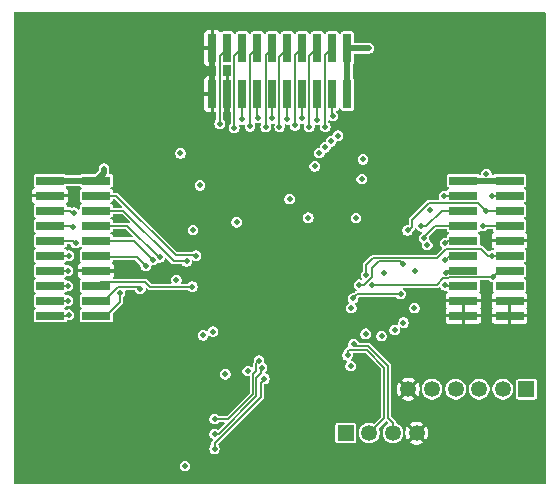
<source format=gbr>
%TF.GenerationSoftware,KiCad,Pcbnew,9.0.6*%
%TF.CreationDate,2026-01-01T11:49:18+08:00*%
%TF.ProjectId,soulcore,736f756c-636f-4726-952e-6b696361645f,rev?*%
%TF.SameCoordinates,Original*%
%TF.FileFunction,Copper,L4,Bot*%
%TF.FilePolarity,Positive*%
%FSLAX46Y46*%
G04 Gerber Fmt 4.6, Leading zero omitted, Abs format (unit mm)*
G04 Created by KiCad (PCBNEW 9.0.6) date 2026-01-01 11:49:18*
%MOMM*%
%LPD*%
G01*
G04 APERTURE LIST*
%TA.AperFunction,ComponentPad*%
%ADD10C,4.400000*%
%TD*%
%TA.AperFunction,ComponentPad*%
%ADD11R,1.350000X1.350000*%
%TD*%
%TA.AperFunction,ComponentPad*%
%ADD12C,1.350000*%
%TD*%
%TA.AperFunction,SMDPad,CuDef*%
%ADD13R,2.400000X0.740000*%
%TD*%
%TA.AperFunction,SMDPad,CuDef*%
%ADD14R,0.740000X2.400000*%
%TD*%
%TA.AperFunction,ViaPad*%
%ADD15C,0.500000*%
%TD*%
%TA.AperFunction,Conductor*%
%ADD16C,0.500000*%
%TD*%
%TA.AperFunction,Conductor*%
%ADD17C,0.127500*%
%TD*%
%TA.AperFunction,Conductor*%
%ADD18C,0.160000*%
%TD*%
%TA.AperFunction,Conductor*%
%ADD19C,0.138000*%
%TD*%
%TA.AperFunction,Conductor*%
%ADD20C,0.130000*%
%TD*%
%TA.AperFunction,Conductor*%
%ADD21C,0.360000*%
%TD*%
G04 APERTURE END LIST*
D10*
%TO.P,H4,1,1*%
%TO.N,GND*%
X143500000Y-104000000D03*
%TD*%
%TO.P,H3,1,1*%
%TO.N,GND*%
X143500000Y-136000000D03*
%TD*%
%TO.P,H2,1,1*%
%TO.N,GND*%
X106500000Y-104000000D03*
%TD*%
D11*
%TO.P,J2,1,Pin_1*%
%TO.N,+3V3*%
X145880000Y-131940000D03*
D12*
%TO.P,J2,2,Pin_2*%
%TO.N,IO37{slash}U0TXD*%
X143880000Y-131940000D03*
%TO.P,J2,3,Pin_3*%
%TO.N,IO38{slash}U0RXD*%
X141880000Y-131940000D03*
%TO.P,J2,4,Pin_4*%
%TO.N,CHIP_PU*%
X139880000Y-131940000D03*
%TO.P,J2,5,Pin_5*%
%TO.N,IO35{slash}BOOT*%
X137880000Y-131940000D03*
%TO.P,J2,6,Pin_6*%
%TO.N,GND*%
X135880000Y-131940000D03*
%TD*%
D10*
%TO.P,H1,1,1*%
%TO.N,GND*%
X106500000Y-136000000D03*
%TD*%
D11*
%TO.P,J5,1,Pin_1*%
%TO.N,+3V3*%
X130580000Y-135650000D03*
D12*
%TO.P,J5,2,Pin_2*%
%TO.N,JTAG_D-*%
X132580000Y-135650000D03*
%TO.P,J5,3,Pin_3*%
%TO.N,JTAG_D+*%
X134580000Y-135650000D03*
%TO.P,J5,4,Pin_4*%
%TO.N,GND*%
X136580000Y-135650000D03*
%TD*%
D13*
%TO.P,J3,1,Pin_1*%
%TO.N,+3V3*%
X144450000Y-114285000D03*
%TO.P,J3,2,Pin_2*%
X140550000Y-114285000D03*
%TO.P,J3,3,Pin_3*%
%TO.N,IO29*%
X144450000Y-115555000D03*
%TO.P,J3,4,Pin_4*%
%TO.N,IO28*%
X140550000Y-115555000D03*
%TO.P,J3,5,Pin_5*%
%TO.N,CHIP_PU*%
X144450000Y-116825000D03*
%TO.P,J3,6,Pin_6*%
%TO.N,IO27*%
X140550000Y-116825000D03*
%TO.P,J3,7,Pin_7*%
%TO.N,IO35{slash}BOOT*%
X144450000Y-118095000D03*
%TO.P,J3,8,Pin_8*%
%TO.N,IO26*%
X140550000Y-118095000D03*
%TO.P,J3,9,Pin_9*%
%TO.N,GND*%
X144450000Y-119365000D03*
%TO.P,J3,10,Pin_10*%
%TO.N,JTAG_D+*%
X140550000Y-119365000D03*
%TO.P,J3,11,Pin_11*%
%TO.N,IO38{slash}U0RXD*%
X144450000Y-120635000D03*
%TO.P,J3,12,Pin_12*%
%TO.N,JTAG_D-*%
X140550000Y-120635000D03*
%TO.P,J3,13,Pin_13*%
%TO.N,IO37{slash}U0TXD*%
X144450000Y-121905000D03*
%TO.P,J3,14,Pin_14*%
%TO.N,USB_D+*%
X140550000Y-121905000D03*
%TO.P,J3,15,Pin_15*%
%TO.N,unconnected-(J3-Pin_15-Pad15)*%
X144450000Y-123175000D03*
%TO.P,J3,16,Pin_16*%
%TO.N,USB_D-*%
X140550000Y-123175000D03*
%TO.P,J3,17,Pin_17*%
%TO.N,GND*%
X144450000Y-124445000D03*
%TO.P,J3,18,Pin_18*%
X140550000Y-124445000D03*
%TO.P,J3,19,Pin_19*%
X144450000Y-125715000D03*
%TO.P,J3,20,Pin_20*%
X140550000Y-125715000D03*
%TD*%
%TO.P,J1,1,Pin_1*%
%TO.N,+3V3*%
X109450000Y-114285000D03*
%TO.P,J1,2,Pin_2*%
X105550000Y-114285000D03*
%TO.P,J1,3,Pin_3*%
%TO.N,IO4{slash}TRST*%
X109450000Y-115555000D03*
%TO.P,J1,4,Pin_4*%
%TO.N,GND*%
X105550000Y-115555000D03*
%TO.P,J1,5,Pin_5*%
%TO.N,IO5{slash}TDI*%
X109450000Y-116825000D03*
%TO.P,J1,6,Pin_6*%
%TO.N,IO2*%
X105550000Y-116825000D03*
%TO.P,J1,7,Pin_7*%
%TO.N,IO6{slash}SWDIO*%
X109450000Y-118095000D03*
%TO.P,J1,8,Pin_8*%
%TO.N,IO3*%
X105550000Y-118095000D03*
%TO.P,J1,9,Pin_9*%
%TO.N,IO7{slash}SWCLK*%
X109450000Y-119365000D03*
%TO.P,J1,10,Pin_10*%
%TO.N,IO12*%
X105550000Y-119365000D03*
%TO.P,J1,11,Pin_11*%
%TO.N,IO8{slash}BOOT*%
X109450000Y-120635000D03*
%TO.P,J1,12,Pin_12*%
%TO.N,IO13*%
X105550000Y-120635000D03*
%TO.P,J1,13,Pin_13*%
%TO.N,GND*%
X109450000Y-121905000D03*
%TO.P,J1,14,Pin_14*%
%TO.N,IO14{slash}UART_TX*%
X105550000Y-121905000D03*
%TO.P,J1,15,Pin_15*%
%TO.N,IO9{slash}nRST*%
X109450000Y-123175000D03*
%TO.P,J1,16,Pin_16*%
%TO.N,IO15{slash}UART_RX*%
X105550000Y-123175000D03*
%TO.P,J1,17,Pin_17*%
%TO.N,IO10{slash}TDO*%
X109450000Y-124445000D03*
%TO.P,J1,18,Pin_18*%
%TO.N,IO16*%
X105550000Y-124445000D03*
%TO.P,J1,19,Pin_19*%
%TO.N,IO11{slash}nRST*%
X109450000Y-125715000D03*
%TO.P,J1,20,Pin_20*%
%TO.N,IO17*%
X105550000Y-125715000D03*
%TD*%
D14*
%TO.P,J4,1,Pin_1*%
%TO.N,+3V3*%
X130715000Y-106950000D03*
%TO.P,J4,2,Pin_2*%
X130715000Y-103050000D03*
%TO.P,J4,3,Pin_3*%
%TO.N,IO45{slash}SDDET*%
X129445000Y-106950000D03*
%TO.P,J4,4,Pin_4*%
%TO.N,IO46*%
X129445000Y-103050000D03*
%TO.P,J4,5,Pin_5*%
%TO.N,IO39{slash}SDDAT0*%
X128175000Y-106950000D03*
%TO.P,J4,6,Pin_6*%
%TO.N,IO47*%
X128175000Y-103050000D03*
%TO.P,J4,7,Pin_7*%
%TO.N,IO40{slash}SDDAT1*%
X126905000Y-106950000D03*
%TO.P,J4,8,Pin_8*%
%TO.N,IO48*%
X126905000Y-103050000D03*
%TO.P,J4,9,Pin_9*%
%TO.N,IO41{slash}SDDAT2*%
X125635000Y-106950000D03*
%TO.P,J4,10,Pin_10*%
%TO.N,IO49*%
X125635000Y-103050000D03*
%TO.P,J4,11,Pin_11*%
%TO.N,IO42{slash}SDDAT3*%
X124365000Y-106950000D03*
%TO.P,J4,12,Pin_12*%
%TO.N,IO50*%
X124365000Y-103050000D03*
%TO.P,J4,13,Pin_13*%
%TO.N,IO43{slash}SDCLK*%
X123095000Y-106950000D03*
%TO.P,J4,14,Pin_14*%
%TO.N,IO51*%
X123095000Y-103050000D03*
%TO.P,J4,15,Pin_15*%
%TO.N,IO44{slash}SDCMD*%
X121825000Y-106950000D03*
%TO.P,J4,16,Pin_16*%
%TO.N,IO52*%
X121825000Y-103050000D03*
%TO.P,J4,17,Pin_17*%
%TO.N,GND*%
X120555000Y-106950000D03*
%TO.P,J4,18,Pin_18*%
%TO.N,IO53*%
X120555000Y-103050000D03*
%TO.P,J4,19,Pin_19*%
%TO.N,GND*%
X119285000Y-106950000D03*
%TO.P,J4,20,Pin_20*%
X119285000Y-103050000D03*
%TD*%
D15*
%TO.N,GND*%
X136410000Y-128980000D03*
X130030000Y-132160000D03*
X136300000Y-124100000D03*
X129400000Y-127800000D03*
X126700000Y-127900000D03*
X124000000Y-127900000D03*
%TO.N,+3V3*%
X131800000Y-103075000D03*
%TO.N,GND*%
X134400000Y-101800000D03*
X134600000Y-104200000D03*
X135600000Y-103000000D03*
X118000000Y-103000000D03*
X146600000Y-119400000D03*
X143400000Y-112000000D03*
X144600000Y-113000000D03*
%TO.N,+3V3*%
X142480000Y-113730000D03*
%TO.N,GND*%
X111000000Y-116200000D03*
X111200000Y-117400000D03*
X111200000Y-118800000D03*
X113800000Y-117400000D03*
X115000000Y-118000000D03*
X113500000Y-115500000D03*
X115250000Y-114250000D03*
X121000000Y-112000000D03*
X119250000Y-113750000D03*
X121250000Y-128000000D03*
X121250000Y-125250000D03*
X121250000Y-122500000D03*
X121250000Y-119750000D03*
X126750000Y-119750000D03*
X124250000Y-119750000D03*
X129500000Y-125250000D03*
X126750000Y-125250000D03*
X124000000Y-125250000D03*
X118000000Y-129000000D03*
X120250000Y-129000000D03*
X118500000Y-130000000D03*
X118500000Y-131250000D03*
X123750000Y-134000000D03*
X126500000Y-132000000D03*
X125500000Y-132000000D03*
X125500000Y-131000000D03*
X126500000Y-131000000D03*
X127500000Y-131000000D03*
X127500000Y-130000000D03*
X126500000Y-130000000D03*
X125500000Y-130000000D03*
X124250000Y-133000000D03*
X124250000Y-132000000D03*
X124500000Y-130000000D03*
X115750000Y-128500000D03*
X114750000Y-127250000D03*
X104500000Y-130750000D03*
X132750000Y-133250000D03*
X136000000Y-133750000D03*
X140750000Y-133000000D03*
X138750000Y-125750000D03*
X140500000Y-126750000D03*
X146500000Y-125750000D03*
X144500000Y-127000000D03*
X146500000Y-124500000D03*
X119250000Y-101000000D03*
X118500000Y-109000000D03*
X118000000Y-107000000D03*
X109250000Y-111000000D03*
X109000000Y-113000000D03*
X111500000Y-113500000D03*
X103500000Y-115500000D03*
X107500000Y-115500000D03*
X121500000Y-136000000D03*
X123500000Y-138000000D03*
X120500000Y-138000000D03*
X116500000Y-134500000D03*
X122500000Y-138000000D03*
X121500000Y-138000000D03*
X122500000Y-137000000D03*
X127000000Y-134500000D03*
X125500000Y-133000000D03*
X121500000Y-137000000D03*
X130500000Y-112000000D03*
X134000000Y-112500000D03*
X134000000Y-113500000D03*
X137330000Y-115815000D03*
X136710000Y-115815000D03*
X136060000Y-115815000D03*
X135470000Y-115815000D03*
X134800000Y-115815000D03*
%TO.N,IO35{slash}BOOT*%
X135220000Y-123890000D03*
%TO.N,VDDO_FLASH*%
X133850000Y-122080000D03*
X116970000Y-138440000D03*
%TO.N,GND*%
X138130000Y-128580000D03*
X144450000Y-128830000D03*
%TO.N,+3V3*%
X132525000Y-103075000D03*
%TO.N,GND*%
X135040000Y-119210000D03*
X133050000Y-117870000D03*
%TO.N,+3V3*%
X131460000Y-117450000D03*
%TO.N,GND*%
X126730000Y-122500000D03*
X124010000Y-122490000D03*
%TO.N,+3V3*%
X131050000Y-125075000D03*
%TO.N,JTAG_D+*%
X139010000Y-119570000D03*
%TO.N,GND*%
X132690000Y-124450000D03*
%TO.N,+3V3*%
X131000000Y-129975000D03*
%TO.N,GND*%
X133140000Y-130480000D03*
X134160000Y-129140000D03*
X125830000Y-110770000D03*
X127980000Y-114220000D03*
%TO.N,+1V2*%
X125830000Y-115850000D03*
%TO.N,+3V3*%
X116230000Y-122680000D03*
X117660000Y-118470000D03*
%TO.N,GND*%
X120570000Y-104980000D03*
X119285000Y-104940000D03*
%TO.N,+3V3*%
X130715000Y-105320000D03*
X130715000Y-104680000D03*
%TO.N,+1V2*%
X137700000Y-116795000D03*
%TO.N,IO28*%
X138900000Y-115600000D03*
%TO.N,+3V3*%
X142470000Y-114290000D03*
X136413200Y-121896800D03*
%TO.N,VDDO_FLASH*%
X120390000Y-130670000D03*
X122290000Y-130390000D03*
%TO.N,FLASH_HD*%
X123700000Y-131040000D03*
%TO.N,FLASH_CK*%
X123480000Y-130120000D03*
%TO.N,FLASH_D*%
X123245000Y-129515000D03*
%TO.N,IO35{slash}BOOT*%
X142180000Y-118090000D03*
%TO.N,CHIP_PU*%
X142430000Y-116825000D03*
%TO.N,IO29*%
X142970000Y-115580000D03*
%TO.N,IO26*%
X133610000Y-127450000D03*
%TO.N,IO27*%
X132270000Y-127250000D03*
%TO.N,IO29*%
X135470000Y-126300000D03*
%TO.N,IO28*%
X134720000Y-126920000D03*
%TO.N,FLASH_HD*%
X119470000Y-136970000D03*
%TO.N,FLASH_CK*%
X119470000Y-135750000D03*
%TO.N,FLASH_D*%
X119480000Y-134470000D03*
%TO.N,+3V3*%
X136400000Y-125080000D03*
%TO.N,JTAG_D-*%
X130730000Y-129080000D03*
%TO.N,JTAG_D+*%
X131240000Y-128120000D03*
%TO.N,IO38{slash}U0RXD*%
X132305000Y-122275000D03*
%TO.N,Net-(U1-GPIO36)*%
X135440000Y-121370000D03*
%TO.N,IO37{slash}U0TXD*%
X132810000Y-123100000D03*
%TO.N,Net-(U1-GPIO36)*%
X131710000Y-123100000D03*
%TO.N,JTAG_D-*%
X139020000Y-121040000D03*
%TO.N,USB_D-*%
X139010000Y-123140000D03*
%TO.N,USB_D+*%
X139030000Y-122090000D03*
%TO.N,IO38{slash}U0RXD*%
X142930000Y-120635000D03*
%TO.N,IO37{slash}U0TXD*%
X143065000Y-122405000D03*
%TO.N,IO35{slash}BOOT*%
X131200000Y-124260000D03*
%TO.N,GND*%
X132410000Y-115675000D03*
X131680000Y-115675000D03*
X130975000Y-115675000D03*
%TO.N,+3V3*%
X131940000Y-114150000D03*
X132030000Y-112480000D03*
%TO.N,IO35{slash}BOOT*%
X137480000Y-119740000D03*
%TO.N,IO26*%
X137210000Y-119150000D03*
%TO.N,IO27*%
X136960000Y-118140000D03*
%TO.N,CHIP_PU*%
X135810000Y-118500000D03*
X121350000Y-117800000D03*
%TO.N,IO39{slash}SDDAT0*%
X129910000Y-110480000D03*
%TO.N,IO40{slash}SDDAT1*%
X129330000Y-110950000D03*
%TO.N,IO41{slash}SDDAT2*%
X128840000Y-111460000D03*
%TO.N,IO42{slash}SDDAT3*%
X128340000Y-111940000D03*
%TO.N,IO43{slash}SDCLK*%
X127960000Y-113080000D03*
%TO.N,IO44{slash}SDCMD*%
X127415000Y-117425000D03*
%TO.N,IO45{slash}SDDET*%
X129470000Y-108790000D03*
%TO.N,IO46*%
X128850000Y-109710000D03*
%TO.N,IO47*%
X127500000Y-109720000D03*
%TO.N,IO48*%
X126280000Y-109610000D03*
%TO.N,IO49*%
X124970000Y-109710000D03*
%TO.N,IO50*%
X123800000Y-109720000D03*
%TO.N,IO51*%
X122480000Y-109690000D03*
%TO.N,IO52*%
X121150000Y-109800000D03*
%TO.N,IO53*%
X119900000Y-109460000D03*
%TO.N,GND*%
X116627500Y-126517500D03*
X112650000Y-122020000D03*
%TO.N,IO4{slash}TRST*%
X117910000Y-120630000D03*
%TO.N,IO5{slash}TDI*%
X117110000Y-121110000D03*
%TO.N,IO6{slash}SWDIO*%
X114832847Y-120768871D03*
%TO.N,IO7{slash}SWCLK*%
X114250000Y-121000000D03*
%TO.N,IO8{slash}BOOT*%
X113640000Y-121490000D03*
%TO.N,IO9{slash}nRST*%
X117590000Y-123250000D03*
%TO.N,IO10{slash}TDO*%
X113180000Y-123440000D03*
%TO.N,IO11{slash}nRST*%
X111470000Y-123790000D03*
%TO.N,+3V3*%
X119335000Y-127055000D03*
%TO.N,+1V2*%
X118502500Y-127372500D03*
%TO.N,IO17*%
X107161000Y-125639000D03*
%TO.N,IO16*%
X107030000Y-124445000D03*
%TO.N,IO15{slash}UART_RX*%
X107050000Y-123200000D03*
%TO.N,IO14{slash}UART_TX*%
X107040000Y-121900000D03*
%TO.N,IO13*%
X107120000Y-120640000D03*
%TO.N,IO12*%
X107705000Y-119555000D03*
%TO.N,IO3*%
X107470000Y-118225000D03*
%TO.N,IO2*%
X107575000Y-117000000D03*
%TO.N,+3V3*%
X116590000Y-111970000D03*
%TO.N,GND*%
X120555000Y-108500000D03*
%TO.N,IO42{slash}SDDAT3*%
X124350000Y-109010000D03*
%TO.N,IO41{slash}SDDAT2*%
X125635000Y-109080000D03*
%TO.N,IO40{slash}SDDAT1*%
X126900000Y-109000000D03*
%TO.N,IO39{slash}SDDAT0*%
X128180000Y-109140000D03*
%TO.N,IO43{slash}SDCLK*%
X123166397Y-108970000D03*
%TO.N,IO44{slash}SDCMD*%
X121825000Y-109105000D03*
%TO.N,+3V3*%
X107840000Y-114285000D03*
X107090000Y-114285000D03*
X110110000Y-113260000D03*
%TO.N,CHIP_PU*%
X118230000Y-114680000D03*
%TD*%
D16*
%TO.N,+3V3*%
X131800000Y-103075000D02*
X130740000Y-103075000D01*
D17*
%TO.N,IO4{slash}TRST*%
X116205250Y-120615250D02*
X111145000Y-115555000D01*
%TO.N,Net-(U1-GPIO36)*%
X135440000Y-121370000D02*
X135175500Y-121105500D01*
X133384500Y-121105500D02*
X132769750Y-121720250D01*
X135175500Y-121105500D02*
X133384500Y-121105500D01*
X132769750Y-121720250D02*
X132769750Y-122467506D01*
X132769750Y-122467506D02*
X132497506Y-122739750D01*
X132497506Y-122739750D02*
X132490250Y-122739750D01*
X132490250Y-122739750D02*
X132130000Y-123100000D01*
X132130000Y-123100000D02*
X131710000Y-123100000D01*
D18*
%TO.N,IO35{slash}BOOT*%
X131200000Y-124260000D02*
X131570000Y-123890000D01*
X131570000Y-123890000D02*
X135220000Y-123890000D01*
D17*
%TO.N,IO37{slash}U0TXD*%
X132810000Y-123100000D02*
X138292244Y-123100000D01*
X138292244Y-123100000D02*
X138837494Y-122554750D01*
X139337256Y-122440000D02*
X143030000Y-122440000D01*
X138837494Y-122554750D02*
X139222506Y-122554750D01*
X139222506Y-122554750D02*
X139337256Y-122440000D01*
X143030000Y-122440000D02*
X143065000Y-122405000D01*
D16*
%TO.N,+3V3*%
X132525000Y-103075000D02*
X131800000Y-103075000D01*
X130740000Y-103075000D02*
X130715000Y-103050000D01*
D17*
%TO.N,IO38{slash}U0RXD*%
X142060000Y-120040000D02*
X142655000Y-120635000D01*
X132860000Y-120850000D02*
X138281028Y-120850000D01*
X139091028Y-120040000D02*
X142060000Y-120040000D01*
X132305000Y-121405000D02*
X132860000Y-120850000D01*
X132305000Y-122275000D02*
X132305000Y-121405000D01*
X142655000Y-120635000D02*
X142930000Y-120635000D01*
X138281028Y-120850000D02*
X139091028Y-120040000D01*
%TO.N,JTAG_D+*%
X139010000Y-119570000D02*
X139215000Y-119365000D01*
X139215000Y-119365000D02*
X140550000Y-119365000D01*
D19*
%TO.N,IO9{slash}nRST*%
X117590000Y-123250000D02*
X117570000Y-123270000D01*
X117570000Y-123270000D02*
X114020000Y-123270000D01*
X114020000Y-123270000D02*
X113610000Y-122860000D01*
X113610000Y-122860000D02*
X109765000Y-122860000D01*
X109765000Y-122860000D02*
X109450000Y-123175000D01*
D17*
%TO.N,GND*%
X120570000Y-104980000D02*
X120555000Y-104995000D01*
X120555000Y-104995000D02*
X120555000Y-106950000D01*
D16*
%TO.N,+3V3*%
X130715000Y-105320000D02*
X130715000Y-106950000D01*
X130715000Y-104680000D02*
X130715000Y-104975000D01*
X142470000Y-114290000D02*
X141870000Y-114290000D01*
D19*
%TO.N,FLASH_D*%
X123245000Y-129515000D02*
X123235000Y-129515000D01*
X120600000Y-134470000D02*
X119500000Y-134470000D01*
X123235000Y-129515000D02*
X123000000Y-129750000D01*
X123000000Y-129750000D02*
X123000000Y-130425319D01*
X123000000Y-130425319D02*
X122750000Y-130675319D01*
X122750000Y-130675319D02*
X122750000Y-132320000D01*
X122750000Y-132320000D02*
X120600000Y-134470000D01*
%TO.N,FLASH_CK*%
X123480000Y-130120000D02*
X123400000Y-130200000D01*
X123400000Y-130200000D02*
X123400000Y-130580000D01*
X123020000Y-132530000D02*
X119820000Y-135730000D01*
X123400000Y-130580000D02*
X123020000Y-130960000D01*
X123020000Y-130960000D02*
X123020000Y-132530000D01*
%TO.N,FLASH_HD*%
X123700000Y-131110000D02*
X123380000Y-131430000D01*
X123700000Y-131040000D02*
X123700000Y-131110000D01*
X123380000Y-131430000D02*
X123380000Y-132610000D01*
X123380000Y-132610000D02*
X119470000Y-136520000D01*
X119470000Y-136520000D02*
X119470000Y-136970000D01*
D17*
%TO.N,IO35{slash}BOOT*%
X142180000Y-118090000D02*
X142050000Y-118090000D01*
X142180000Y-118090000D02*
X144445000Y-118090000D01*
X144445000Y-118090000D02*
X144450000Y-118095000D01*
%TO.N,CHIP_PU*%
X142430000Y-116825000D02*
X144450000Y-116825000D01*
%TO.N,IO29*%
X142995000Y-115555000D02*
X142970000Y-115580000D01*
X144450000Y-115555000D02*
X142995000Y-115555000D01*
%TO.N,FLASH_CK*%
X119820000Y-135730000D02*
X119490000Y-135730000D01*
X119490000Y-135730000D02*
X119470000Y-135750000D01*
D20*
%TO.N,JTAG_D-*%
X130730000Y-129080000D02*
X130730000Y-128700000D01*
X130820000Y-128610000D02*
X132345190Y-128610000D01*
X130730000Y-128700000D02*
X130820000Y-128610000D01*
X132345190Y-128610000D02*
X133845000Y-130109810D01*
X133845000Y-130109810D02*
X133845000Y-133920000D01*
%TO.N,JTAG_D+*%
X131240000Y-128120000D02*
X131400000Y-128280000D01*
X134175000Y-129973118D02*
X134175000Y-133860000D01*
X131400000Y-128280000D02*
X132481882Y-128280000D01*
X132481882Y-128280000D02*
X134175000Y-129973118D01*
D17*
%TO.N,IO38{slash}U0RXD*%
X142930000Y-120635000D02*
X144450000Y-120635000D01*
%TO.N,JTAG_D-*%
X139020000Y-121040000D02*
X139425000Y-120635000D01*
X139425000Y-120635000D02*
X140550000Y-120635000D01*
%TO.N,USB_D-*%
X139030000Y-123140000D02*
X139065000Y-123175000D01*
X139065000Y-123175000D02*
X140550000Y-123175000D01*
X139010000Y-123140000D02*
X139030000Y-123140000D01*
%TO.N,USB_D+*%
X139030000Y-121990000D02*
X139115000Y-121905000D01*
X139115000Y-121905000D02*
X140550000Y-121905000D01*
X139030000Y-122090000D02*
X139030000Y-121990000D01*
%TO.N,IO37{slash}U0TXD*%
X143065000Y-122405000D02*
X143565000Y-121905000D01*
X143565000Y-121905000D02*
X144450000Y-121905000D01*
%TO.N,IO26*%
X137210000Y-119050000D02*
X138165000Y-118095000D01*
X138165000Y-118095000D02*
X140550000Y-118095000D01*
X137210000Y-119150000D02*
X137210000Y-119050000D01*
%TO.N,IO27*%
X136960000Y-118140000D02*
X137385000Y-118140000D01*
X137385000Y-118140000D02*
X138700000Y-116825000D01*
X138700000Y-116825000D02*
X140550000Y-116825000D01*
%TO.N,CHIP_PU*%
X135810000Y-118500000D02*
X135730000Y-118500000D01*
D19*
%TO.N,IO51*%
X122480000Y-109690000D02*
X122480000Y-103665000D01*
X122480000Y-103665000D02*
X123095000Y-103050000D01*
D17*
%TO.N,IO45{slash}SDDET*%
X129470000Y-108790000D02*
X129470000Y-108720000D01*
X129445000Y-108695000D02*
X129445000Y-106950000D01*
X129470000Y-108720000D02*
X129445000Y-108695000D01*
%TO.N,IO47*%
X127500000Y-103725000D02*
X127500000Y-109720000D01*
%TO.N,IO52*%
X121150000Y-109800000D02*
X121150000Y-109160000D01*
%TO.N,IO49*%
X124970000Y-109710000D02*
X124970000Y-103715000D01*
X124970000Y-103715000D02*
X124990000Y-103695000D01*
D19*
%TO.N,IO50*%
X123800000Y-109720000D02*
X123800000Y-103615000D01*
X123800000Y-103615000D02*
X124365000Y-103050000D01*
D17*
%TO.N,IO48*%
X126280000Y-109610000D02*
X126280000Y-103675000D01*
D19*
%TO.N,IO46*%
X128850000Y-109710000D02*
X128850000Y-109750000D01*
D16*
%TO.N,GND*%
X120555000Y-108500000D02*
X120555000Y-106950000D01*
D19*
%TO.N,IO53*%
X119900000Y-109460000D02*
X119900000Y-103705000D01*
X119900000Y-103705000D02*
X120555000Y-103050000D01*
%TO.N,IO52*%
X121150000Y-109160000D02*
X121150000Y-103725000D01*
X121150000Y-103725000D02*
X121825000Y-103050000D01*
%TO.N,IO49*%
X124990000Y-103695000D02*
X125635000Y-103050000D01*
D21*
%TO.N,GND*%
X109450000Y-121905000D02*
X112535000Y-121905000D01*
X112535000Y-121905000D02*
X112650000Y-122020000D01*
D17*
%TO.N,IO4{slash}TRST*%
X117910000Y-120630000D02*
X117895250Y-120615250D01*
X117895250Y-120615250D02*
X116205250Y-120615250D01*
X111145000Y-115555000D02*
X109450000Y-115555000D01*
%TO.N,IO5{slash}TDI*%
X109450000Y-116825000D02*
X111755000Y-116825000D01*
X111755000Y-116825000D02*
X116040000Y-121110000D01*
X116040000Y-121110000D02*
X117110000Y-121110000D01*
%TO.N,IO6{slash}SWDIO*%
X114832847Y-120768871D02*
X114768871Y-120768871D01*
X114768871Y-120768871D02*
X112095000Y-118095000D01*
X112095000Y-118095000D02*
X109450000Y-118095000D01*
D19*
%TO.N,IO7{slash}SWCLK*%
X114250000Y-121000000D02*
X112615000Y-119365000D01*
X112615000Y-119365000D02*
X109450000Y-119365000D01*
%TO.N,IO8{slash}BOOT*%
X113640000Y-121490000D02*
X112915000Y-120765000D01*
X112915000Y-120765000D02*
X109580000Y-120765000D01*
X109580000Y-120765000D02*
X109450000Y-120635000D01*
%TO.N,IO3*%
X107425000Y-118225000D02*
X107470000Y-118225000D01*
X107470000Y-118225000D02*
X107340000Y-118095000D01*
X107340000Y-118095000D02*
X105550000Y-118095000D01*
D17*
%TO.N,IO10{slash}TDO*%
X110115317Y-124445000D02*
X109450000Y-124445000D01*
X113180000Y-123440000D02*
X113035250Y-123295250D01*
X113035250Y-123295250D02*
X111265067Y-123295250D01*
X111265067Y-123295250D02*
X110115317Y-124445000D01*
%TO.N,IO11{slash}nRST*%
X111470000Y-123790000D02*
X111470000Y-124525000D01*
X111470000Y-124525000D02*
X110280000Y-125715000D01*
X110280000Y-125715000D02*
X109450000Y-125715000D01*
D19*
X109545000Y-125715000D02*
X109450000Y-125715000D01*
D17*
%TO.N,IO17*%
X107161000Y-125639000D02*
X106991000Y-125639000D01*
X106991000Y-125639000D02*
X106915000Y-125715000D01*
X106915000Y-125715000D02*
X105550000Y-125715000D01*
D19*
%TO.N,IO41{slash}SDDAT2*%
X125635000Y-106950000D02*
X125635000Y-109080000D01*
D17*
%TO.N,IO42{slash}SDDAT3*%
X124350000Y-109010000D02*
X124365000Y-108995000D01*
X124365000Y-108995000D02*
X124365000Y-106950000D01*
D19*
%TO.N,IO43{slash}SDCLK*%
X123166397Y-108970000D02*
X123095000Y-108898603D01*
X123095000Y-108898603D02*
X123095000Y-106950000D01*
%TO.N,IO41{slash}SDDAT2*%
X125635000Y-109080000D02*
X125635000Y-109135000D01*
%TO.N,IO44{slash}SDCMD*%
X121825000Y-109105000D02*
X121850000Y-109130000D01*
X121825000Y-109105000D02*
X121825000Y-106950000D01*
D16*
%TO.N,+3V3*%
X107840000Y-114285000D02*
X107760000Y-114285000D01*
X142480000Y-114290000D02*
X142470000Y-114290000D01*
X110110000Y-113625000D02*
X109450000Y-114285000D01*
X109450000Y-114285000D02*
X107840000Y-114285000D01*
X107090000Y-114285000D02*
X105550000Y-114285000D01*
X130715000Y-103050000D02*
X130715000Y-104680000D01*
X110110000Y-113260000D02*
X110110000Y-113625000D01*
D21*
X109450000Y-114285000D02*
X109565000Y-114285000D01*
D16*
X141865000Y-114285000D02*
X140550000Y-114285000D01*
X141870000Y-114290000D02*
X141865000Y-114285000D01*
X143135000Y-114285000D02*
X144450000Y-114285000D01*
X107760000Y-114285000D02*
X107090000Y-114285000D01*
X143130000Y-114290000D02*
X143135000Y-114285000D01*
X130715000Y-104975000D02*
X130715000Y-105320000D01*
X142480000Y-114290000D02*
X143130000Y-114290000D01*
%TO.N,GND*%
X119285000Y-103050000D02*
X119285000Y-104940000D01*
X119285000Y-104940000D02*
X119285000Y-106950000D01*
D17*
%TO.N,CHIP_PU*%
X137605317Y-116190000D02*
X136200000Y-117595317D01*
X142425000Y-116825000D02*
X141790000Y-116190000D01*
X142425000Y-116825000D02*
X142430000Y-116825000D01*
X141790000Y-116190000D02*
X137605317Y-116190000D01*
%TO.N,IO13*%
X107110000Y-120635000D02*
X107115000Y-120635000D01*
X107115000Y-120635000D02*
X107120000Y-120640000D01*
X105550000Y-120635000D02*
X107110000Y-120635000D01*
D19*
%TO.N,IO12*%
X107685000Y-119535000D02*
X107515000Y-119365000D01*
X107515000Y-119365000D02*
X105550000Y-119365000D01*
D17*
%TO.N,IO15{slash}UART_RX*%
X106975000Y-123175000D02*
X107000000Y-123200000D01*
X105550000Y-123175000D02*
X106975000Y-123175000D01*
%TO.N,IO14{slash}UART_TX*%
X105550000Y-121905000D02*
X106995000Y-121905000D01*
X106995000Y-121905000D02*
X107000000Y-121900000D01*
D19*
%TO.N,IO40{slash}SDDAT1*%
X126900000Y-109140000D02*
X126900000Y-109050000D01*
X126900000Y-109050000D02*
X126905000Y-109045000D01*
X126905000Y-109045000D02*
X126905000Y-106950000D01*
%TO.N,IO41{slash}SDDAT2*%
X125635000Y-109135000D02*
X125650000Y-109150000D01*
%TO.N,IO39{slash}SDDAT0*%
X128180000Y-109140000D02*
X128180000Y-109030000D01*
X128180000Y-109030000D02*
X128175000Y-109025000D01*
X128175000Y-109025000D02*
X128175000Y-106950000D01*
D17*
%TO.N,IO16*%
X105550000Y-124445000D02*
X106945000Y-124445000D01*
D16*
%TO.N,IO28*%
X140550000Y-115500000D02*
X140550000Y-115555000D01*
D19*
X140505000Y-115600000D02*
X140550000Y-115555000D01*
X138900000Y-115600000D02*
X140505000Y-115600000D01*
%TO.N,IO2*%
X107400000Y-117000000D02*
X107225000Y-116825000D01*
X107560000Y-117000000D02*
X107400000Y-117000000D01*
X107225000Y-116825000D02*
X105550000Y-116825000D01*
%TO.N,IO48*%
X126280000Y-103675000D02*
X126905000Y-103050000D01*
%TO.N,IO46*%
X128850000Y-103645000D02*
X128850000Y-109710000D01*
X129445000Y-103050000D02*
X128850000Y-103645000D01*
%TO.N,IO47*%
X127500000Y-103725000D02*
X128175000Y-103050000D01*
D17*
%TO.N,JTAG_D-*%
X132580000Y-135650000D02*
X133845000Y-134385000D01*
X133845000Y-134385000D02*
X133845000Y-133920000D01*
%TO.N,JTAG_D+*%
X134175000Y-134405000D02*
X134580000Y-134810000D01*
X134580000Y-134810000D02*
X134580000Y-135650000D01*
X134175000Y-133860000D02*
X134175000Y-134405000D01*
%TO.N,CHIP_PU*%
X135930000Y-118500000D02*
X135810000Y-118500000D01*
X136200000Y-118230000D02*
X135930000Y-118500000D01*
X136200000Y-117595317D02*
X136200000Y-118230000D01*
%TD*%
%TA.AperFunction,Conductor*%
%TO.N,GND*%
G36*
X112007218Y-118380924D02*
G01*
X112595468Y-118969174D01*
X112617142Y-119021500D01*
X112595468Y-119073826D01*
X112543142Y-119095500D01*
X110924500Y-119095500D01*
X110872174Y-119073826D01*
X110850500Y-119021500D01*
X110850500Y-118975253D01*
X110849022Y-118967822D01*
X110838867Y-118916769D01*
X110794552Y-118850448D01*
X110752757Y-118822521D01*
X110728232Y-118806133D01*
X110718413Y-118804180D01*
X110710357Y-118802577D01*
X110663266Y-118771113D01*
X110652216Y-118715564D01*
X110683681Y-118668472D01*
X110710357Y-118657422D01*
X110728231Y-118653867D01*
X110794552Y-118609552D01*
X110838867Y-118543231D01*
X110850500Y-118484748D01*
X110850500Y-118433250D01*
X110872174Y-118380924D01*
X110924500Y-118359250D01*
X111954892Y-118359250D01*
X112007218Y-118380924D01*
G37*
%TD.AperFunction*%
%TA.AperFunction,Conductor*%
G36*
X111667218Y-117110924D02*
G01*
X112293322Y-117737028D01*
X112314996Y-117789354D01*
X112293322Y-117841680D01*
X112240996Y-117863354D01*
X112212679Y-117857722D01*
X112181480Y-117844799D01*
X112181479Y-117844798D01*
X112147563Y-117830750D01*
X110924500Y-117830750D01*
X110872174Y-117809076D01*
X110850500Y-117756750D01*
X110850500Y-117705253D01*
X110849775Y-117701609D01*
X110838867Y-117646769D01*
X110832897Y-117637835D01*
X110823574Y-117623882D01*
X110794552Y-117580448D01*
X110772343Y-117565608D01*
X110728232Y-117536133D01*
X110718413Y-117534180D01*
X110710357Y-117532577D01*
X110663266Y-117501113D01*
X110652216Y-117445564D01*
X110683681Y-117398472D01*
X110710357Y-117387422D01*
X110728231Y-117383867D01*
X110794552Y-117339552D01*
X110838867Y-117273231D01*
X110850500Y-117214748D01*
X110850500Y-117163250D01*
X110872174Y-117110924D01*
X110924500Y-117089250D01*
X111614892Y-117089250D01*
X111667218Y-117110924D01*
G37*
%TD.AperFunction*%
%TA.AperFunction,Conductor*%
G36*
X111057218Y-115840924D02*
G01*
X111650718Y-116434424D01*
X111672392Y-116486750D01*
X111650718Y-116539076D01*
X111598392Y-116560750D01*
X110924500Y-116560750D01*
X110872174Y-116539076D01*
X110850500Y-116486750D01*
X110850500Y-116435253D01*
X110844522Y-116405199D01*
X110838867Y-116376769D01*
X110794552Y-116310448D01*
X110772343Y-116295608D01*
X110728232Y-116266133D01*
X110718413Y-116264180D01*
X110710357Y-116262577D01*
X110663266Y-116231113D01*
X110652216Y-116175564D01*
X110683681Y-116128472D01*
X110710357Y-116117422D01*
X110728231Y-116113867D01*
X110794552Y-116069552D01*
X110838867Y-116003231D01*
X110850500Y-115944748D01*
X110850500Y-115893250D01*
X110872174Y-115840924D01*
X110924500Y-115819250D01*
X111004892Y-115819250D01*
X111057218Y-115840924D01*
G37*
%TD.AperFunction*%
%TA.AperFunction,Conductor*%
G36*
X147477826Y-100022174D02*
G01*
X147499500Y-100074500D01*
X147499500Y-139925500D01*
X147477826Y-139977826D01*
X147425500Y-139999500D01*
X102574500Y-139999500D01*
X102522174Y-139977826D01*
X102500500Y-139925500D01*
X102500500Y-138380688D01*
X116519500Y-138380688D01*
X116519500Y-138499311D01*
X116550199Y-138613882D01*
X116550201Y-138613887D01*
X116609508Y-138716609D01*
X116609509Y-138716610D01*
X116609511Y-138716613D01*
X116693387Y-138800489D01*
X116796114Y-138859799D01*
X116796115Y-138859799D01*
X116796117Y-138859800D01*
X116853402Y-138875149D01*
X116910688Y-138890499D01*
X116910689Y-138890500D01*
X116910691Y-138890500D01*
X117029311Y-138890500D01*
X117029311Y-138890499D01*
X117143886Y-138859799D01*
X117246613Y-138800489D01*
X117330489Y-138716613D01*
X117389799Y-138613886D01*
X117420499Y-138499311D01*
X117420500Y-138499311D01*
X117420500Y-138380689D01*
X117420499Y-138380688D01*
X117389800Y-138266117D01*
X117389798Y-138266112D01*
X117330491Y-138163390D01*
X117330490Y-138163389D01*
X117330489Y-138163387D01*
X117246613Y-138079511D01*
X117246610Y-138079509D01*
X117246609Y-138079508D01*
X117143887Y-138020201D01*
X117143882Y-138020199D01*
X117029311Y-137989500D01*
X117029309Y-137989500D01*
X116910691Y-137989500D01*
X116910689Y-137989500D01*
X116796117Y-138020199D01*
X116796112Y-138020201D01*
X116693390Y-138079508D01*
X116609508Y-138163390D01*
X116550201Y-138266112D01*
X116550199Y-138266117D01*
X116519500Y-138380688D01*
X102500500Y-138380688D01*
X102500500Y-135690688D01*
X119019500Y-135690688D01*
X119019500Y-135809311D01*
X119050199Y-135923882D01*
X119050201Y-135923887D01*
X119109508Y-136026609D01*
X119109509Y-136026610D01*
X119109511Y-136026613D01*
X119193387Y-136110489D01*
X119193389Y-136110490D01*
X119193390Y-136110491D01*
X119300314Y-136172224D01*
X119299399Y-136173807D01*
X119305279Y-136179687D01*
X119318870Y-136185312D01*
X119324512Y-136198920D01*
X119334928Y-136209337D01*
X119334928Y-136224044D01*
X119340561Y-136237631D01*
X119334928Y-136251242D01*
X119334928Y-136265974D01*
X119318904Y-136289964D01*
X119317358Y-136291511D01*
X119241527Y-136367342D01*
X119200500Y-136466391D01*
X119200500Y-136571746D01*
X119178826Y-136624072D01*
X119109508Y-136693390D01*
X119050201Y-136796112D01*
X119050199Y-136796117D01*
X119019500Y-136910688D01*
X119019500Y-137029311D01*
X119050199Y-137143882D01*
X119050201Y-137143887D01*
X119109508Y-137246609D01*
X119109509Y-137246610D01*
X119109511Y-137246613D01*
X119193387Y-137330489D01*
X119296114Y-137389799D01*
X119296115Y-137389799D01*
X119296117Y-137389800D01*
X119353402Y-137405149D01*
X119410688Y-137420499D01*
X119410689Y-137420500D01*
X119410691Y-137420500D01*
X119529311Y-137420500D01*
X119529311Y-137420499D01*
X119643886Y-137389799D01*
X119746613Y-137330489D01*
X119830489Y-137246613D01*
X119889799Y-137143886D01*
X119920499Y-137029311D01*
X119920500Y-137029311D01*
X119920500Y-136910689D01*
X119920499Y-136910688D01*
X119889800Y-136796117D01*
X119889798Y-136796112D01*
X119830491Y-136693390D01*
X119830490Y-136693389D01*
X119830489Y-136693387D01*
X119806440Y-136669338D01*
X119784767Y-136617014D01*
X119806440Y-136564689D01*
X121415877Y-134955252D01*
X129704500Y-134955252D01*
X129704500Y-136344748D01*
X129708994Y-136367340D01*
X129716133Y-136403232D01*
X129739300Y-136437903D01*
X129760448Y-136469552D01*
X129793826Y-136491855D01*
X129826767Y-136513866D01*
X129826768Y-136513866D01*
X129826769Y-136513867D01*
X129885252Y-136525500D01*
X129885254Y-136525500D01*
X131274746Y-136525500D01*
X131274748Y-136525500D01*
X131333231Y-136513867D01*
X131399552Y-136469552D01*
X131443867Y-136403231D01*
X131455500Y-136344748D01*
X131455500Y-134955252D01*
X131443867Y-134896769D01*
X131439210Y-134889800D01*
X131423191Y-134865826D01*
X131399552Y-134830448D01*
X131366171Y-134808143D01*
X131333232Y-134786133D01*
X131333233Y-134786133D01*
X131303989Y-134780316D01*
X131274748Y-134774500D01*
X129885252Y-134774500D01*
X129856010Y-134780316D01*
X129826767Y-134786133D01*
X129760449Y-134830447D01*
X129760447Y-134830449D01*
X129716133Y-134896767D01*
X129708377Y-134935757D01*
X129704500Y-134955252D01*
X121415877Y-134955252D01*
X123522251Y-132848877D01*
X123522254Y-132848876D01*
X123532659Y-132838471D01*
X123532660Y-132838471D01*
X123608471Y-132762660D01*
X123649500Y-132663607D01*
X123649500Y-131572282D01*
X123671174Y-131519956D01*
X123678956Y-131512174D01*
X123731282Y-131490500D01*
X123759311Y-131490500D01*
X123759311Y-131490499D01*
X123873886Y-131459799D01*
X123976613Y-131400489D01*
X124060489Y-131316613D01*
X124119799Y-131213886D01*
X124150499Y-131099311D01*
X124150500Y-131099311D01*
X124150500Y-130980689D01*
X124150499Y-130980688D01*
X124146295Y-130965000D01*
X124119799Y-130866114D01*
X124060489Y-130763387D01*
X123976613Y-130679511D01*
X123976610Y-130679509D01*
X123976609Y-130679508D01*
X123873887Y-130620201D01*
X123873882Y-130620199D01*
X123795011Y-130599066D01*
X123750078Y-130564588D01*
X123742686Y-130508435D01*
X123761835Y-130475266D01*
X123840489Y-130396613D01*
X123899799Y-130293886D01*
X123930499Y-130179311D01*
X123930500Y-130179311D01*
X123930500Y-130060689D01*
X123930499Y-130060688D01*
X123899800Y-129946117D01*
X123899798Y-129946112D01*
X123840491Y-129843390D01*
X123840490Y-129843389D01*
X123840489Y-129843387D01*
X123756613Y-129759511D01*
X123744966Y-129752786D01*
X123709884Y-129732531D01*
X123675407Y-129687597D01*
X123675408Y-129649293D01*
X123676378Y-129645669D01*
X123695499Y-129574311D01*
X123695500Y-129574311D01*
X123695500Y-129455689D01*
X123695499Y-129455688D01*
X123691426Y-129440489D01*
X123664799Y-129341114D01*
X123614438Y-129253887D01*
X123605491Y-129238390D01*
X123605490Y-129238389D01*
X123605489Y-129238387D01*
X123521613Y-129154511D01*
X123521610Y-129154509D01*
X123521609Y-129154508D01*
X123418887Y-129095201D01*
X123418882Y-129095199D01*
X123389472Y-129087319D01*
X123304311Y-129064500D01*
X123304309Y-129064500D01*
X123185691Y-129064500D01*
X123185689Y-129064500D01*
X123071117Y-129095199D01*
X123071112Y-129095201D01*
X122968390Y-129154508D01*
X122884508Y-129238390D01*
X122825201Y-129341112D01*
X122825199Y-129341117D01*
X122794500Y-129455688D01*
X122794500Y-129543717D01*
X122774968Y-129590875D01*
X122775577Y-129591282D01*
X122773533Y-129594339D01*
X122772830Y-129596039D01*
X122771528Y-129597340D01*
X122771528Y-129597341D01*
X122730500Y-129696391D01*
X122730500Y-130014747D01*
X122708826Y-130067073D01*
X122656500Y-130088747D01*
X122604175Y-130067073D01*
X122566613Y-130029511D01*
X122566610Y-130029509D01*
X122566609Y-130029508D01*
X122463887Y-129970201D01*
X122463882Y-129970199D01*
X122349311Y-129939500D01*
X122349309Y-129939500D01*
X122230691Y-129939500D01*
X122230689Y-129939500D01*
X122116117Y-129970199D01*
X122116112Y-129970201D01*
X122013390Y-130029508D01*
X121929508Y-130113390D01*
X121870201Y-130216112D01*
X121870199Y-130216117D01*
X121839500Y-130330688D01*
X121839500Y-130449311D01*
X121870199Y-130563882D01*
X121870201Y-130563887D01*
X121929508Y-130666609D01*
X121929509Y-130666610D01*
X121929511Y-130666613D01*
X122013387Y-130750489D01*
X122013389Y-130750490D01*
X122013390Y-130750491D01*
X122116112Y-130809798D01*
X122116114Y-130809799D01*
X122116115Y-130809799D01*
X122116117Y-130809800D01*
X122173402Y-130825149D01*
X122230688Y-130840499D01*
X122230689Y-130840500D01*
X122230691Y-130840500D01*
X122349311Y-130840500D01*
X122349311Y-130840499D01*
X122372029Y-130834412D01*
X122387347Y-130830308D01*
X122443499Y-130837700D01*
X122477978Y-130882633D01*
X122480500Y-130901786D01*
X122480500Y-132177717D01*
X122458826Y-132230043D01*
X120510044Y-134178826D01*
X120457718Y-134200500D01*
X119878254Y-134200500D01*
X119825928Y-134178826D01*
X119756613Y-134109511D01*
X119756610Y-134109509D01*
X119756609Y-134109508D01*
X119653887Y-134050201D01*
X119653882Y-134050199D01*
X119539311Y-134019500D01*
X119539309Y-134019500D01*
X119420691Y-134019500D01*
X119420689Y-134019500D01*
X119306117Y-134050199D01*
X119306112Y-134050201D01*
X119203390Y-134109508D01*
X119119508Y-134193390D01*
X119060201Y-134296112D01*
X119060199Y-134296117D01*
X119029500Y-134410688D01*
X119029500Y-134529311D01*
X119060199Y-134643882D01*
X119060201Y-134643887D01*
X119119508Y-134746609D01*
X119119509Y-134746610D01*
X119119511Y-134746613D01*
X119203387Y-134830489D01*
X119203389Y-134830490D01*
X119203390Y-134830491D01*
X119306112Y-134889798D01*
X119306114Y-134889799D01*
X119306115Y-134889799D01*
X119306117Y-134889800D01*
X119332126Y-134896769D01*
X119420688Y-134920499D01*
X119420689Y-134920500D01*
X119420691Y-134920500D01*
X119539311Y-134920500D01*
X119539311Y-134920499D01*
X119653886Y-134889799D01*
X119756613Y-134830489D01*
X119825928Y-134761174D01*
X119878254Y-134739500D01*
X120250718Y-134739500D01*
X120303044Y-134761174D01*
X120324718Y-134813500D01*
X120303044Y-134865825D01*
X120217669Y-134951200D01*
X119807523Y-135361344D01*
X119755197Y-135383018D01*
X119718197Y-135373104D01*
X119643887Y-135330201D01*
X119643882Y-135330199D01*
X119529311Y-135299500D01*
X119529309Y-135299500D01*
X119410691Y-135299500D01*
X119410689Y-135299500D01*
X119296117Y-135330199D01*
X119296112Y-135330201D01*
X119193390Y-135389508D01*
X119109508Y-135473390D01*
X119050201Y-135576112D01*
X119050199Y-135576117D01*
X119019500Y-135690688D01*
X102500500Y-135690688D01*
X102500500Y-130610688D01*
X119939500Y-130610688D01*
X119939500Y-130729311D01*
X119970199Y-130843882D01*
X119970201Y-130843887D01*
X120029508Y-130946609D01*
X120029509Y-130946610D01*
X120029511Y-130946613D01*
X120113387Y-131030489D01*
X120113389Y-131030490D01*
X120113390Y-131030491D01*
X120192444Y-131076133D01*
X120216114Y-131089799D01*
X120216115Y-131089799D01*
X120216117Y-131089800D01*
X120251613Y-131099311D01*
X120330688Y-131120499D01*
X120330689Y-131120500D01*
X120330691Y-131120500D01*
X120449311Y-131120500D01*
X120449311Y-131120499D01*
X120563886Y-131089799D01*
X120666613Y-131030489D01*
X120750489Y-130946613D01*
X120809799Y-130843886D01*
X120840499Y-130729311D01*
X120840500Y-130729311D01*
X120840500Y-130610689D01*
X120840499Y-130610688D01*
X120809800Y-130496117D01*
X120809798Y-130496112D01*
X120750491Y-130393390D01*
X120750490Y-130393389D01*
X120750489Y-130393387D01*
X120666613Y-130309511D01*
X120666610Y-130309509D01*
X120666609Y-130309508D01*
X120563887Y-130250201D01*
X120563882Y-130250199D01*
X120449311Y-130219500D01*
X120449309Y-130219500D01*
X120330691Y-130219500D01*
X120330689Y-130219500D01*
X120216117Y-130250199D01*
X120216112Y-130250201D01*
X120113390Y-130309508D01*
X120029508Y-130393390D01*
X119970201Y-130496112D01*
X119970199Y-130496117D01*
X119939500Y-130610688D01*
X102500500Y-130610688D01*
X102500500Y-129020688D01*
X130279500Y-129020688D01*
X130279500Y-129139311D01*
X130310199Y-129253882D01*
X130310201Y-129253887D01*
X130369508Y-129356609D01*
X130369509Y-129356610D01*
X130369511Y-129356613D01*
X130453387Y-129440489D01*
X130453389Y-129440490D01*
X130453390Y-129440491D01*
X130556112Y-129499798D01*
X130556114Y-129499799D01*
X130556115Y-129499799D01*
X130556117Y-129499800D01*
X130654704Y-129526217D01*
X130699637Y-129560695D01*
X130707029Y-129616848D01*
X130687877Y-129650020D01*
X130639511Y-129698386D01*
X130639509Y-129698389D01*
X130580201Y-129801112D01*
X130580199Y-129801117D01*
X130549500Y-129915688D01*
X130549500Y-130034311D01*
X130580199Y-130148882D01*
X130580201Y-130148887D01*
X130639508Y-130251609D01*
X130639509Y-130251610D01*
X130639511Y-130251613D01*
X130723387Y-130335489D01*
X130723389Y-130335490D01*
X130723390Y-130335491D01*
X130826112Y-130394798D01*
X130826114Y-130394799D01*
X130826115Y-130394799D01*
X130826117Y-130394800D01*
X130883402Y-130410149D01*
X130940688Y-130425499D01*
X130940689Y-130425500D01*
X130940691Y-130425500D01*
X131059311Y-130425500D01*
X131059311Y-130425499D01*
X131173886Y-130394799D01*
X131276613Y-130335489D01*
X131360489Y-130251613D01*
X131419799Y-130148886D01*
X131450499Y-130034311D01*
X131450500Y-130034311D01*
X131450500Y-129915689D01*
X131450499Y-129915688D01*
X131419800Y-129801117D01*
X131419798Y-129801112D01*
X131360491Y-129698390D01*
X131360490Y-129698389D01*
X131360489Y-129698387D01*
X131276613Y-129614511D01*
X131276610Y-129614509D01*
X131276609Y-129614508D01*
X131173887Y-129555201D01*
X131173882Y-129555199D01*
X131075295Y-129528782D01*
X131030362Y-129494303D01*
X131022970Y-129438151D01*
X131042121Y-129404980D01*
X131090489Y-129356613D01*
X131149799Y-129253886D01*
X131180499Y-129139311D01*
X131180500Y-129139311D01*
X131180500Y-129020689D01*
X131180499Y-129020688D01*
X131166557Y-128968653D01*
X131173949Y-128912500D01*
X131218882Y-128878022D01*
X131238035Y-128875500D01*
X132204564Y-128875500D01*
X132256890Y-128897174D01*
X133557826Y-130198110D01*
X133579500Y-130250436D01*
X133579500Y-133973697D01*
X133580750Y-133986383D01*
X133580750Y-134244891D01*
X133559076Y-134297217D01*
X133020791Y-134835502D01*
X132968465Y-134857176D01*
X132940147Y-134851543D01*
X132835378Y-134808146D01*
X132835367Y-134808143D01*
X132707942Y-134782797D01*
X132666229Y-134774500D01*
X132493771Y-134774500D01*
X132460309Y-134781155D01*
X132324632Y-134808143D01*
X132324621Y-134808146D01*
X132165297Y-134874140D01*
X132021904Y-134969952D01*
X131899952Y-135091904D01*
X131804140Y-135235297D01*
X131738146Y-135394621D01*
X131738143Y-135394632D01*
X131704500Y-135563771D01*
X131704500Y-135736228D01*
X131738143Y-135905367D01*
X131738146Y-135905378D01*
X131804140Y-136064702D01*
X131893821Y-136198920D01*
X131899955Y-136208099D01*
X132021901Y-136330045D01*
X132165295Y-136425858D01*
X132165296Y-136425858D01*
X132165297Y-136425859D01*
X132324621Y-136491853D01*
X132324626Y-136491855D01*
X132493771Y-136525500D01*
X132493772Y-136525500D01*
X132666228Y-136525500D01*
X132666229Y-136525500D01*
X132835374Y-136491855D01*
X132994705Y-136425858D01*
X133138099Y-136330045D01*
X133260045Y-136208099D01*
X133355858Y-136064705D01*
X133421855Y-135905374D01*
X133455500Y-135736229D01*
X133455500Y-135563771D01*
X133421855Y-135394626D01*
X133395169Y-135330201D01*
X133378456Y-135289851D01*
X133378456Y-135233214D01*
X133394494Y-135209210D01*
X133947676Y-134656029D01*
X133999999Y-134634357D01*
X134052325Y-134656031D01*
X134164563Y-134768269D01*
X134186237Y-134820595D01*
X134164563Y-134872921D01*
X134153349Y-134882124D01*
X134021904Y-134969952D01*
X133899952Y-135091904D01*
X133804140Y-135235297D01*
X133738146Y-135394621D01*
X133738143Y-135394632D01*
X133704500Y-135563771D01*
X133704500Y-135736228D01*
X133738143Y-135905367D01*
X133738146Y-135905378D01*
X133804140Y-136064702D01*
X133893821Y-136198920D01*
X133899955Y-136208099D01*
X134021901Y-136330045D01*
X134165295Y-136425858D01*
X134165296Y-136425858D01*
X134165297Y-136425859D01*
X134324621Y-136491853D01*
X134324626Y-136491855D01*
X134493771Y-136525500D01*
X134493772Y-136525500D01*
X134666228Y-136525500D01*
X134666229Y-136525500D01*
X134835374Y-136491855D01*
X134994705Y-136425858D01*
X135138099Y-136330045D01*
X135260045Y-136208099D01*
X135355858Y-136064705D01*
X135421855Y-135905374D01*
X135455500Y-135736229D01*
X135455500Y-135563771D01*
X135453551Y-135553971D01*
X135605000Y-135553971D01*
X135605000Y-135746028D01*
X135642466Y-135934390D01*
X135642468Y-135934397D01*
X135715966Y-136111836D01*
X135792094Y-136225770D01*
X136209532Y-135808332D01*
X136259920Y-135895606D01*
X136334394Y-135970080D01*
X136421665Y-136020465D01*
X136004227Y-136437903D01*
X136118167Y-136514035D01*
X136295602Y-136587531D01*
X136295609Y-136587533D01*
X136483972Y-136625000D01*
X136676028Y-136625000D01*
X136864390Y-136587533D01*
X136864397Y-136587531D01*
X137041835Y-136514034D01*
X137155771Y-136437904D01*
X137155771Y-136437903D01*
X136738334Y-136020466D01*
X136825606Y-135970080D01*
X136900080Y-135895606D01*
X136950466Y-135808334D01*
X137367903Y-136225771D01*
X137367904Y-136225771D01*
X137444034Y-136111835D01*
X137517531Y-135934397D01*
X137517533Y-135934390D01*
X137555000Y-135746028D01*
X137555000Y-135553971D01*
X137517533Y-135365609D01*
X137517531Y-135365602D01*
X137444035Y-135188167D01*
X137367903Y-135074227D01*
X136950465Y-135491665D01*
X136900080Y-135404394D01*
X136825606Y-135329920D01*
X136738332Y-135279533D01*
X137155771Y-134862094D01*
X137041836Y-134785966D01*
X136864397Y-134712468D01*
X136864390Y-134712466D01*
X136676028Y-134675000D01*
X136483972Y-134675000D01*
X136295609Y-134712466D01*
X136295602Y-134712468D01*
X136118163Y-134785966D01*
X136004227Y-134862094D01*
X136421666Y-135279533D01*
X136334394Y-135329920D01*
X136259920Y-135404394D01*
X136209533Y-135491666D01*
X135792094Y-135074227D01*
X135715966Y-135188163D01*
X135642468Y-135365602D01*
X135642466Y-135365609D01*
X135605000Y-135553971D01*
X135453551Y-135553971D01*
X135421855Y-135394626D01*
X135395169Y-135330201D01*
X135355859Y-135235297D01*
X135354467Y-135233214D01*
X135260045Y-135091901D01*
X135138099Y-134969955D01*
X135138095Y-134969952D01*
X135138093Y-134969950D01*
X135110031Y-134951200D01*
X134994704Y-134874141D01*
X134889931Y-134830742D01*
X134849883Y-134790693D01*
X134844250Y-134762375D01*
X134844250Y-134757437D01*
X134804020Y-134660314D01*
X134460924Y-134317218D01*
X134439250Y-134264892D01*
X134439250Y-133926383D01*
X134440500Y-133913697D01*
X134440500Y-131843971D01*
X134905000Y-131843971D01*
X134905000Y-132036028D01*
X134942466Y-132224390D01*
X134942468Y-132224397D01*
X135015966Y-132401836D01*
X135092094Y-132515770D01*
X135509532Y-132098332D01*
X135559920Y-132185606D01*
X135634394Y-132260080D01*
X135721665Y-132310465D01*
X135304227Y-132727903D01*
X135418167Y-132804035D01*
X135595602Y-132877531D01*
X135595609Y-132877533D01*
X135783972Y-132915000D01*
X135976028Y-132915000D01*
X136164390Y-132877533D01*
X136164397Y-132877531D01*
X136341835Y-132804034D01*
X136455771Y-132727904D01*
X136455771Y-132727903D01*
X136038334Y-132310466D01*
X136125606Y-132260080D01*
X136200080Y-132185606D01*
X136250466Y-132098334D01*
X136667903Y-132515771D01*
X136667904Y-132515771D01*
X136744034Y-132401835D01*
X136817531Y-132224397D01*
X136817533Y-132224390D01*
X136855000Y-132036028D01*
X136855000Y-131853771D01*
X137004500Y-131853771D01*
X137004500Y-132026228D01*
X137038143Y-132195367D01*
X137038146Y-132195378D01*
X137104140Y-132354702D01*
X137104141Y-132354704D01*
X137104142Y-132354705D01*
X137199955Y-132498099D01*
X137321901Y-132620045D01*
X137465295Y-132715858D01*
X137465296Y-132715858D01*
X137465297Y-132715859D01*
X137624621Y-132781853D01*
X137624626Y-132781855D01*
X137793771Y-132815500D01*
X137793772Y-132815500D01*
X137966228Y-132815500D01*
X137966229Y-132815500D01*
X138135374Y-132781855D01*
X138294705Y-132715858D01*
X138438099Y-132620045D01*
X138560045Y-132498099D01*
X138655858Y-132354705D01*
X138721855Y-132195374D01*
X138755500Y-132026229D01*
X138755500Y-131853771D01*
X139004500Y-131853771D01*
X139004500Y-132026228D01*
X139038143Y-132195367D01*
X139038146Y-132195378D01*
X139104140Y-132354702D01*
X139104141Y-132354704D01*
X139104142Y-132354705D01*
X139199955Y-132498099D01*
X139321901Y-132620045D01*
X139465295Y-132715858D01*
X139465296Y-132715858D01*
X139465297Y-132715859D01*
X139624621Y-132781853D01*
X139624626Y-132781855D01*
X139793771Y-132815500D01*
X139793772Y-132815500D01*
X139966228Y-132815500D01*
X139966229Y-132815500D01*
X140135374Y-132781855D01*
X140294705Y-132715858D01*
X140438099Y-132620045D01*
X140560045Y-132498099D01*
X140655858Y-132354705D01*
X140721855Y-132195374D01*
X140755500Y-132026229D01*
X140755500Y-131853771D01*
X141004500Y-131853771D01*
X141004500Y-132026228D01*
X141038143Y-132195367D01*
X141038146Y-132195378D01*
X141104140Y-132354702D01*
X141104141Y-132354704D01*
X141104142Y-132354705D01*
X141199955Y-132498099D01*
X141321901Y-132620045D01*
X141465295Y-132715858D01*
X141465296Y-132715858D01*
X141465297Y-132715859D01*
X141624621Y-132781853D01*
X141624626Y-132781855D01*
X141793771Y-132815500D01*
X141793772Y-132815500D01*
X141966228Y-132815500D01*
X141966229Y-132815500D01*
X142135374Y-132781855D01*
X142294705Y-132715858D01*
X142438099Y-132620045D01*
X142560045Y-132498099D01*
X142655858Y-132354705D01*
X142721855Y-132195374D01*
X142755500Y-132026229D01*
X142755500Y-131853771D01*
X143004500Y-131853771D01*
X143004500Y-132026228D01*
X143038143Y-132195367D01*
X143038146Y-132195378D01*
X143104140Y-132354702D01*
X143104141Y-132354704D01*
X143104142Y-132354705D01*
X143199955Y-132498099D01*
X143321901Y-132620045D01*
X143465295Y-132715858D01*
X143465296Y-132715858D01*
X143465297Y-132715859D01*
X143624621Y-132781853D01*
X143624626Y-132781855D01*
X143793771Y-132815500D01*
X143793772Y-132815500D01*
X143966228Y-132815500D01*
X143966229Y-132815500D01*
X144135374Y-132781855D01*
X144294705Y-132715858D01*
X144438099Y-132620045D01*
X144560045Y-132498099D01*
X144655858Y-132354705D01*
X144721855Y-132195374D01*
X144755500Y-132026229D01*
X144755500Y-131853771D01*
X144721855Y-131684626D01*
X144655858Y-131525295D01*
X144560045Y-131381901D01*
X144438099Y-131259955D01*
X144416094Y-131245252D01*
X145004500Y-131245252D01*
X145004500Y-132634748D01*
X145010241Y-132663608D01*
X145016133Y-132693232D01*
X145039300Y-132727903D01*
X145060448Y-132759552D01*
X145093826Y-132781855D01*
X145126767Y-132803866D01*
X145126768Y-132803866D01*
X145126769Y-132803867D01*
X145185252Y-132815500D01*
X145185254Y-132815500D01*
X146574746Y-132815500D01*
X146574748Y-132815500D01*
X146633231Y-132803867D01*
X146699552Y-132759552D01*
X146743867Y-132693231D01*
X146755500Y-132634748D01*
X146755500Y-131245252D01*
X146743867Y-131186769D01*
X146699552Y-131120448D01*
X146653685Y-131089800D01*
X146633232Y-131076133D01*
X146633233Y-131076133D01*
X146603989Y-131070316D01*
X146574748Y-131064500D01*
X145185252Y-131064500D01*
X145156010Y-131070316D01*
X145126767Y-131076133D01*
X145060449Y-131120447D01*
X145060447Y-131120449D01*
X145016133Y-131186767D01*
X145016133Y-131186769D01*
X145004500Y-131245252D01*
X144416094Y-131245252D01*
X144294702Y-131164140D01*
X144135378Y-131098146D01*
X144135367Y-131098143D01*
X144007942Y-131072797D01*
X143966229Y-131064500D01*
X143793771Y-131064500D01*
X143760309Y-131071155D01*
X143624632Y-131098143D01*
X143624621Y-131098146D01*
X143465297Y-131164140D01*
X143321904Y-131259952D01*
X143199952Y-131381904D01*
X143104140Y-131525297D01*
X143038146Y-131684621D01*
X143038143Y-131684632D01*
X143004500Y-131853771D01*
X142755500Y-131853771D01*
X142721855Y-131684626D01*
X142655858Y-131525295D01*
X142560045Y-131381901D01*
X142438099Y-131259955D01*
X142416094Y-131245252D01*
X142294702Y-131164140D01*
X142135378Y-131098146D01*
X142135367Y-131098143D01*
X142007942Y-131072797D01*
X141966229Y-131064500D01*
X141793771Y-131064500D01*
X141760309Y-131071155D01*
X141624632Y-131098143D01*
X141624621Y-131098146D01*
X141465297Y-131164140D01*
X141321904Y-131259952D01*
X141199952Y-131381904D01*
X141104140Y-131525297D01*
X141038146Y-131684621D01*
X141038143Y-131684632D01*
X141004500Y-131853771D01*
X140755500Y-131853771D01*
X140721855Y-131684626D01*
X140655858Y-131525295D01*
X140560045Y-131381901D01*
X140438099Y-131259955D01*
X140416094Y-131245252D01*
X140294702Y-131164140D01*
X140135378Y-131098146D01*
X140135367Y-131098143D01*
X140007942Y-131072797D01*
X139966229Y-131064500D01*
X139793771Y-131064500D01*
X139760309Y-131071155D01*
X139624632Y-131098143D01*
X139624621Y-131098146D01*
X139465297Y-131164140D01*
X139321904Y-131259952D01*
X139199952Y-131381904D01*
X139104140Y-131525297D01*
X139038146Y-131684621D01*
X139038143Y-131684632D01*
X139004500Y-131853771D01*
X138755500Y-131853771D01*
X138721855Y-131684626D01*
X138655858Y-131525295D01*
X138560045Y-131381901D01*
X138438099Y-131259955D01*
X138416094Y-131245252D01*
X138294702Y-131164140D01*
X138135378Y-131098146D01*
X138135367Y-131098143D01*
X138007942Y-131072797D01*
X137966229Y-131064500D01*
X137793771Y-131064500D01*
X137760309Y-131071155D01*
X137624632Y-131098143D01*
X137624621Y-131098146D01*
X137465297Y-131164140D01*
X137321904Y-131259952D01*
X137199952Y-131381904D01*
X137104140Y-131525297D01*
X137038146Y-131684621D01*
X137038143Y-131684632D01*
X137004500Y-131853771D01*
X136855000Y-131853771D01*
X136855000Y-131843971D01*
X136817533Y-131655609D01*
X136817531Y-131655602D01*
X136744035Y-131478167D01*
X136667903Y-131364227D01*
X136250465Y-131781665D01*
X136200080Y-131694394D01*
X136125606Y-131619920D01*
X136038332Y-131569533D01*
X136455771Y-131152094D01*
X136341836Y-131075966D01*
X136164397Y-131002468D01*
X136164390Y-131002466D01*
X135976028Y-130965000D01*
X135783972Y-130965000D01*
X135595609Y-131002466D01*
X135595602Y-131002468D01*
X135418163Y-131075966D01*
X135304227Y-131152094D01*
X135721666Y-131569533D01*
X135634394Y-131619920D01*
X135559920Y-131694394D01*
X135509533Y-131781666D01*
X135092094Y-131364227D01*
X135015966Y-131478163D01*
X134942468Y-131655602D01*
X134942466Y-131655609D01*
X134905000Y-131843971D01*
X134440500Y-131843971D01*
X134440500Y-129920307D01*
X134407904Y-129841614D01*
X134407903Y-129841611D01*
X134400080Y-129822725D01*
X134400080Y-129822724D01*
X132632275Y-128054919D01*
X132575113Y-128031242D01*
X132534694Y-128014500D01*
X132534693Y-128014500D01*
X131734905Y-128014500D01*
X131682579Y-127992826D01*
X131663426Y-127959653D01*
X131659799Y-127946114D01*
X131600489Y-127843387D01*
X131516613Y-127759511D01*
X131516610Y-127759509D01*
X131516609Y-127759508D01*
X131413887Y-127700201D01*
X131413882Y-127700199D01*
X131299311Y-127669500D01*
X131299309Y-127669500D01*
X131180691Y-127669500D01*
X131180689Y-127669500D01*
X131066117Y-127700199D01*
X131066112Y-127700201D01*
X130963390Y-127759508D01*
X130879508Y-127843390D01*
X130820201Y-127946112D01*
X130820199Y-127946117D01*
X130789500Y-128060688D01*
X130789500Y-128060691D01*
X130789500Y-128179309D01*
X130810316Y-128256994D01*
X130802923Y-128313147D01*
X130767156Y-128344513D01*
X130710026Y-128368177D01*
X130710024Y-128368177D01*
X130669609Y-128384918D01*
X130669607Y-128384919D01*
X130504919Y-128549606D01*
X130504919Y-128549607D01*
X130498017Y-128566270D01*
X130498014Y-128566277D01*
X130496266Y-128570500D01*
X130464500Y-128647189D01*
X130464500Y-128687765D01*
X130461835Y-128697426D01*
X130450120Y-128712461D01*
X130442826Y-128730072D01*
X130369508Y-128803390D01*
X130310201Y-128906112D01*
X130310199Y-128906117D01*
X130279500Y-129020688D01*
X102500500Y-129020688D01*
X102500500Y-127313188D01*
X118052000Y-127313188D01*
X118052000Y-127431811D01*
X118082699Y-127546382D01*
X118082701Y-127546387D01*
X118142008Y-127649109D01*
X118142009Y-127649110D01*
X118142011Y-127649113D01*
X118225887Y-127732989D01*
X118225889Y-127732990D01*
X118225890Y-127732991D01*
X118271824Y-127759511D01*
X118328614Y-127792299D01*
X118328615Y-127792299D01*
X118328617Y-127792300D01*
X118385902Y-127807649D01*
X118443188Y-127822999D01*
X118443189Y-127823000D01*
X118443191Y-127823000D01*
X118561811Y-127823000D01*
X118561811Y-127822999D01*
X118676386Y-127792299D01*
X118779113Y-127732989D01*
X118862989Y-127649113D01*
X118922299Y-127546386D01*
X118945946Y-127458133D01*
X118980424Y-127413201D01*
X119036576Y-127405808D01*
X119054424Y-127413201D01*
X119072932Y-127423887D01*
X119161114Y-127474799D01*
X119161115Y-127474799D01*
X119161117Y-127474800D01*
X119218402Y-127490149D01*
X119275688Y-127505499D01*
X119275689Y-127505500D01*
X119275691Y-127505500D01*
X119394311Y-127505500D01*
X119394311Y-127505499D01*
X119508886Y-127474799D01*
X119611613Y-127415489D01*
X119695489Y-127331613D01*
X119754799Y-127228886D01*
X119762910Y-127198617D01*
X119765035Y-127190688D01*
X131819500Y-127190688D01*
X131819500Y-127309311D01*
X131850199Y-127423882D01*
X131850201Y-127423887D01*
X131909508Y-127526609D01*
X131909509Y-127526610D01*
X131909511Y-127526613D01*
X131993387Y-127610489D01*
X131993389Y-127610490D01*
X131993390Y-127610491D01*
X132060278Y-127649109D01*
X132096114Y-127669799D01*
X132096115Y-127669799D01*
X132096117Y-127669800D01*
X132153402Y-127685149D01*
X132210688Y-127700499D01*
X132210689Y-127700500D01*
X132210691Y-127700500D01*
X132329311Y-127700500D01*
X132329311Y-127700499D01*
X132443886Y-127669799D01*
X132546613Y-127610489D01*
X132630489Y-127526613D01*
X132689799Y-127423886D01*
X132698694Y-127390689D01*
X132698694Y-127390688D01*
X133159500Y-127390688D01*
X133159500Y-127509311D01*
X133190199Y-127623882D01*
X133190201Y-127623887D01*
X133249508Y-127726609D01*
X133249509Y-127726610D01*
X133249511Y-127726613D01*
X133333387Y-127810489D01*
X133333389Y-127810490D01*
X133333390Y-127810491D01*
X133436112Y-127869798D01*
X133436114Y-127869799D01*
X133436115Y-127869799D01*
X133436117Y-127869800D01*
X133493402Y-127885149D01*
X133550688Y-127900499D01*
X133550689Y-127900500D01*
X133550691Y-127900500D01*
X133669311Y-127900500D01*
X133669311Y-127900499D01*
X133783886Y-127869799D01*
X133886613Y-127810489D01*
X133970489Y-127726613D01*
X134029799Y-127623886D01*
X134060499Y-127509311D01*
X134060500Y-127509311D01*
X134060500Y-127390689D01*
X134060499Y-127390688D01*
X134055089Y-127370499D01*
X134029799Y-127276114D01*
X134002532Y-127228886D01*
X133970491Y-127173390D01*
X133970490Y-127173389D01*
X133970489Y-127173387D01*
X133886613Y-127089511D01*
X133886610Y-127089509D01*
X133886609Y-127089508D01*
X133783887Y-127030201D01*
X133783882Y-127030199D01*
X133669311Y-126999500D01*
X133669309Y-126999500D01*
X133550691Y-126999500D01*
X133550689Y-126999500D01*
X133436117Y-127030199D01*
X133436112Y-127030201D01*
X133333390Y-127089508D01*
X133249508Y-127173390D01*
X133190201Y-127276112D01*
X133190199Y-127276117D01*
X133159500Y-127390688D01*
X132698694Y-127390688D01*
X132705124Y-127366695D01*
X132705125Y-127366688D01*
X132712330Y-127339798D01*
X132720500Y-127309309D01*
X132720500Y-127190691D01*
X132720500Y-127190689D01*
X132720499Y-127190688D01*
X132689800Y-127076117D01*
X132689798Y-127076112D01*
X132630491Y-126973390D01*
X132630490Y-126973389D01*
X132630489Y-126973387D01*
X132546613Y-126889511D01*
X132546610Y-126889509D01*
X132546609Y-126889508D01*
X132496692Y-126860688D01*
X134269500Y-126860688D01*
X134269500Y-126979311D01*
X134300199Y-127093882D01*
X134300201Y-127093887D01*
X134359508Y-127196609D01*
X134359509Y-127196610D01*
X134359511Y-127196613D01*
X134443387Y-127280489D01*
X134443389Y-127280490D01*
X134443390Y-127280491D01*
X134546112Y-127339798D01*
X134546114Y-127339799D01*
X134546115Y-127339799D01*
X134546117Y-127339800D01*
X134603402Y-127355149D01*
X134660688Y-127370499D01*
X134660689Y-127370500D01*
X134660691Y-127370500D01*
X134779311Y-127370500D01*
X134779311Y-127370499D01*
X134893886Y-127339799D01*
X134996613Y-127280489D01*
X135080489Y-127196613D01*
X135139799Y-127093886D01*
X135170499Y-126979311D01*
X135170500Y-126979311D01*
X135170500Y-126860689D01*
X135170499Y-126860688D01*
X135149089Y-126780782D01*
X135156481Y-126724629D01*
X135201414Y-126690151D01*
X135257565Y-126697542D01*
X135257568Y-126697544D01*
X135296110Y-126719797D01*
X135296112Y-126719797D01*
X135296114Y-126719799D01*
X135296115Y-126719799D01*
X135296117Y-126719800D01*
X135353402Y-126735149D01*
X135410688Y-126750499D01*
X135410689Y-126750500D01*
X135410691Y-126750500D01*
X135529311Y-126750500D01*
X135529311Y-126750499D01*
X135643886Y-126719799D01*
X135746613Y-126660489D01*
X135830489Y-126576613D01*
X135889799Y-126473886D01*
X135920499Y-126359311D01*
X135920500Y-126359311D01*
X135920500Y-126240689D01*
X135920499Y-126240688D01*
X135890785Y-126129792D01*
X139050001Y-126129792D01*
X139052908Y-126154868D01*
X139052910Y-126154874D01*
X139098213Y-126257478D01*
X139177521Y-126336786D01*
X139280124Y-126382089D01*
X139280123Y-126382089D01*
X139305210Y-126384999D01*
X140400000Y-126384999D01*
X140700000Y-126384999D01*
X141794792Y-126384999D01*
X141819868Y-126382091D01*
X141819874Y-126382089D01*
X141922478Y-126336786D01*
X142001786Y-126257478D01*
X142047089Y-126154875D01*
X142050000Y-126129792D01*
X142950001Y-126129792D01*
X142952908Y-126154868D01*
X142952910Y-126154874D01*
X142998213Y-126257478D01*
X143077521Y-126336786D01*
X143180124Y-126382089D01*
X143180123Y-126382089D01*
X143205210Y-126384999D01*
X144300000Y-126384999D01*
X144600000Y-126384999D01*
X145694792Y-126384999D01*
X145719868Y-126382091D01*
X145719874Y-126382089D01*
X145822478Y-126336786D01*
X145901786Y-126257478D01*
X145947089Y-126154875D01*
X145950000Y-126129789D01*
X145950000Y-125865000D01*
X144600000Y-125865000D01*
X144600000Y-126384999D01*
X144300000Y-126384999D01*
X144300000Y-125865000D01*
X142950001Y-125865000D01*
X142950001Y-126129792D01*
X142050000Y-126129792D01*
X142050000Y-126129789D01*
X142050000Y-125865000D01*
X140700000Y-125865000D01*
X140700000Y-126384999D01*
X140400000Y-126384999D01*
X140400000Y-125865000D01*
X139050001Y-125865000D01*
X139050001Y-126129792D01*
X135890785Y-126129792D01*
X135889800Y-126126117D01*
X135889798Y-126126112D01*
X135830491Y-126023390D01*
X135830490Y-126023389D01*
X135830489Y-126023387D01*
X135746613Y-125939511D01*
X135746610Y-125939509D01*
X135746609Y-125939508D01*
X135675467Y-125898434D01*
X135643887Y-125880201D01*
X135643882Y-125880199D01*
X135529311Y-125849500D01*
X135529309Y-125849500D01*
X135410691Y-125849500D01*
X135410689Y-125849500D01*
X135296117Y-125880199D01*
X135296112Y-125880201D01*
X135193390Y-125939508D01*
X135109508Y-126023390D01*
X135050201Y-126126112D01*
X135050199Y-126126117D01*
X135019500Y-126240688D01*
X135019500Y-126359308D01*
X135040911Y-126439218D01*
X135033518Y-126495370D01*
X134988584Y-126529849D01*
X134932432Y-126522456D01*
X134932431Y-126522455D01*
X134893890Y-126500202D01*
X134893882Y-126500199D01*
X134779311Y-126469500D01*
X134779309Y-126469500D01*
X134660691Y-126469500D01*
X134660689Y-126469500D01*
X134546117Y-126500199D01*
X134546112Y-126500201D01*
X134443390Y-126559508D01*
X134359508Y-126643390D01*
X134300201Y-126746112D01*
X134300199Y-126746117D01*
X134269500Y-126860688D01*
X132496692Y-126860688D01*
X132443887Y-126830201D01*
X132443882Y-126830199D01*
X132329311Y-126799500D01*
X132329309Y-126799500D01*
X132210691Y-126799500D01*
X132210689Y-126799500D01*
X132096117Y-126830199D01*
X132096112Y-126830201D01*
X131993390Y-126889508D01*
X131909508Y-126973390D01*
X131850201Y-127076112D01*
X131850199Y-127076117D01*
X131819500Y-127190688D01*
X119765035Y-127190688D01*
X119771464Y-127166694D01*
X119771465Y-127166689D01*
X119785500Y-127114308D01*
X119785500Y-126995689D01*
X119785499Y-126995688D01*
X119754800Y-126881117D01*
X119754798Y-126881112D01*
X119695491Y-126778390D01*
X119695490Y-126778389D01*
X119695489Y-126778387D01*
X119611613Y-126694511D01*
X119611610Y-126694509D01*
X119611609Y-126694508D01*
X119508887Y-126635201D01*
X119508882Y-126635199D01*
X119394311Y-126604500D01*
X119394309Y-126604500D01*
X119275691Y-126604500D01*
X119275689Y-126604500D01*
X119161117Y-126635199D01*
X119161112Y-126635201D01*
X119058390Y-126694508D01*
X118974508Y-126778390D01*
X118915201Y-126881112D01*
X118915199Y-126881117D01*
X118891553Y-126969365D01*
X118857074Y-127014298D01*
X118800922Y-127021690D01*
X118783075Y-127014298D01*
X118676387Y-126952701D01*
X118676382Y-126952699D01*
X118561811Y-126922000D01*
X118561809Y-126922000D01*
X118443191Y-126922000D01*
X118443189Y-126922000D01*
X118328617Y-126952699D01*
X118328612Y-126952701D01*
X118225890Y-127012008D01*
X118142008Y-127095890D01*
X118082701Y-127198612D01*
X118082699Y-127198617D01*
X118052000Y-127313188D01*
X102500500Y-127313188D01*
X102500500Y-115140210D01*
X104050000Y-115140210D01*
X104050000Y-115405000D01*
X107049999Y-115405000D01*
X107049999Y-115140207D01*
X107047091Y-115115131D01*
X107047089Y-115115125D01*
X107001786Y-115012521D01*
X106922477Y-114933212D01*
X106908420Y-114927005D01*
X106869308Y-114886042D01*
X106870617Y-114829420D01*
X106879814Y-114813988D01*
X106887184Y-114804474D01*
X106894552Y-114799552D01*
X106916824Y-114766219D01*
X106918407Y-114764177D01*
X106940918Y-114751320D01*
X106962467Y-114736922D01*
X106966892Y-114736486D01*
X106967588Y-114736089D01*
X106968472Y-114736330D01*
X106976904Y-114735500D01*
X107030691Y-114735500D01*
X107700691Y-114735500D01*
X107780691Y-114735500D01*
X108023096Y-114735500D01*
X108075422Y-114757174D01*
X108084622Y-114768384D01*
X108087965Y-114773387D01*
X108105446Y-114799550D01*
X108105448Y-114799552D01*
X108127053Y-114813988D01*
X108171767Y-114843866D01*
X108171769Y-114843867D01*
X108189642Y-114847422D01*
X108236734Y-114878888D01*
X108247783Y-114934437D01*
X108216317Y-114981529D01*
X108189642Y-114992577D01*
X108184442Y-114993612D01*
X108171767Y-114996133D01*
X108105449Y-115040447D01*
X108105447Y-115040449D01*
X108061133Y-115106767D01*
X108055230Y-115136445D01*
X108049500Y-115165252D01*
X108049500Y-115944748D01*
X108050644Y-115950500D01*
X108061133Y-116003232D01*
X108074934Y-116023886D01*
X108105448Y-116069552D01*
X108147242Y-116097478D01*
X108171767Y-116113866D01*
X108171769Y-116113867D01*
X108189642Y-116117422D01*
X108236734Y-116148888D01*
X108247783Y-116204437D01*
X108216317Y-116251529D01*
X108189642Y-116262577D01*
X108184442Y-116263612D01*
X108171767Y-116266133D01*
X108105449Y-116310447D01*
X108105447Y-116310449D01*
X108061133Y-116376767D01*
X108049500Y-116435253D01*
X108049500Y-116658747D01*
X108027826Y-116711073D01*
X107975500Y-116732747D01*
X107923175Y-116711073D01*
X107851613Y-116639511D01*
X107851610Y-116639509D01*
X107851609Y-116639508D01*
X107748887Y-116580201D01*
X107748882Y-116580199D01*
X107634311Y-116549500D01*
X107634309Y-116549500D01*
X107515691Y-116549500D01*
X107515689Y-116549500D01*
X107401111Y-116580201D01*
X107397988Y-116581495D01*
X107341359Y-116581492D01*
X107278607Y-116555500D01*
X107024500Y-116555500D01*
X106972174Y-116533826D01*
X106950500Y-116481500D01*
X106950500Y-116435253D01*
X106944522Y-116405199D01*
X106938867Y-116376769D01*
X106894552Y-116310448D01*
X106894548Y-116310445D01*
X106889398Y-116305295D01*
X106891301Y-116303391D01*
X106865732Y-116265127D01*
X106876780Y-116209578D01*
X106908423Y-116182992D01*
X106922478Y-116176786D01*
X107001786Y-116097478D01*
X107047089Y-115994875D01*
X107050000Y-115969789D01*
X107050000Y-115705000D01*
X104050001Y-115705000D01*
X104050001Y-115969792D01*
X104052908Y-115994868D01*
X104052910Y-115994874D01*
X104098213Y-116097478D01*
X104177521Y-116176786D01*
X104191578Y-116182993D01*
X104230691Y-116223956D01*
X104229383Y-116280578D01*
X104209525Y-116304218D01*
X104210602Y-116305295D01*
X104205447Y-116310449D01*
X104161133Y-116376767D01*
X104153377Y-116415757D01*
X104149500Y-116435252D01*
X104149500Y-117214748D01*
X104155477Y-117244798D01*
X104161133Y-117273232D01*
X104190608Y-117317343D01*
X104205448Y-117339552D01*
X104236782Y-117360489D01*
X104271767Y-117383866D01*
X104271769Y-117383867D01*
X104289642Y-117387422D01*
X104336734Y-117418888D01*
X104347783Y-117474437D01*
X104316317Y-117521529D01*
X104289642Y-117532577D01*
X104284442Y-117533612D01*
X104271767Y-117536133D01*
X104205449Y-117580447D01*
X104205447Y-117580449D01*
X104161133Y-117646767D01*
X104161133Y-117646769D01*
X104149500Y-117705252D01*
X104149500Y-118484748D01*
X104152854Y-118501608D01*
X104161133Y-118543232D01*
X104172204Y-118559800D01*
X104205448Y-118609552D01*
X104249560Y-118639027D01*
X104271767Y-118653866D01*
X104271769Y-118653867D01*
X104289642Y-118657422D01*
X104336734Y-118688888D01*
X104347783Y-118744437D01*
X104316317Y-118791529D01*
X104289642Y-118802577D01*
X104284442Y-118803612D01*
X104271767Y-118806133D01*
X104205449Y-118850447D01*
X104205447Y-118850449D01*
X104161133Y-118916767D01*
X104154482Y-118950207D01*
X104149500Y-118975252D01*
X104149500Y-119754748D01*
X104153592Y-119775319D01*
X104161133Y-119813232D01*
X104190608Y-119857343D01*
X104205448Y-119879552D01*
X104217026Y-119887288D01*
X104271767Y-119923866D01*
X104271769Y-119923867D01*
X104289642Y-119927422D01*
X104336734Y-119958888D01*
X104347783Y-120014437D01*
X104316317Y-120061529D01*
X104289642Y-120072577D01*
X104284442Y-120073612D01*
X104271767Y-120076133D01*
X104205449Y-120120447D01*
X104205447Y-120120449D01*
X104161133Y-120186767D01*
X104154483Y-120220199D01*
X104149500Y-120245252D01*
X104149500Y-121024748D01*
X104155138Y-121053093D01*
X104161133Y-121083232D01*
X104183545Y-121116772D01*
X104205448Y-121149552D01*
X104231604Y-121167029D01*
X104271767Y-121193866D01*
X104271769Y-121193867D01*
X104289642Y-121197422D01*
X104336734Y-121228888D01*
X104347783Y-121284437D01*
X104316317Y-121331529D01*
X104289642Y-121342577D01*
X104284442Y-121343612D01*
X104271767Y-121346133D01*
X104205449Y-121390447D01*
X104205447Y-121390449D01*
X104161133Y-121456767D01*
X104156472Y-121480199D01*
X104149500Y-121515252D01*
X104149500Y-122294748D01*
X104153847Y-122316600D01*
X104161133Y-122353232D01*
X104167286Y-122362440D01*
X104205448Y-122419552D01*
X104236782Y-122440489D01*
X104271767Y-122463866D01*
X104271769Y-122463867D01*
X104289642Y-122467422D01*
X104336734Y-122498888D01*
X104347783Y-122554437D01*
X104316317Y-122601529D01*
X104289642Y-122612577D01*
X104284442Y-122613612D01*
X104271767Y-122616133D01*
X104205449Y-122660447D01*
X104205447Y-122660449D01*
X104161134Y-122726766D01*
X104161133Y-122726766D01*
X104154218Y-122761533D01*
X104149500Y-122785252D01*
X104149500Y-123564748D01*
X104154974Y-123592269D01*
X104161133Y-123623232D01*
X104177153Y-123647206D01*
X104205448Y-123689552D01*
X104221833Y-123700500D01*
X104271767Y-123733866D01*
X104271769Y-123733867D01*
X104289642Y-123737422D01*
X104336734Y-123768888D01*
X104347783Y-123824437D01*
X104316317Y-123871529D01*
X104289642Y-123882577D01*
X104284442Y-123883612D01*
X104271767Y-123886133D01*
X104205449Y-123930447D01*
X104205447Y-123930449D01*
X104161133Y-123996767D01*
X104149500Y-124055253D01*
X104149500Y-124834746D01*
X104161133Y-124893232D01*
X104169741Y-124906114D01*
X104205448Y-124959552D01*
X104247242Y-124987478D01*
X104271767Y-125003866D01*
X104271769Y-125003867D01*
X104289642Y-125007422D01*
X104336734Y-125038888D01*
X104347783Y-125094437D01*
X104316317Y-125141529D01*
X104289642Y-125152577D01*
X104284442Y-125153612D01*
X104271767Y-125156133D01*
X104205449Y-125200447D01*
X104205447Y-125200449D01*
X104161133Y-125266767D01*
X104149500Y-125325253D01*
X104149500Y-126104746D01*
X104161133Y-126163232D01*
X104190608Y-126207343D01*
X104205448Y-126229552D01*
X104247242Y-126257478D01*
X104271767Y-126273866D01*
X104271768Y-126273866D01*
X104271769Y-126273867D01*
X104330252Y-126285500D01*
X104330254Y-126285500D01*
X106769746Y-126285500D01*
X106769748Y-126285500D01*
X106828231Y-126273867D01*
X106894552Y-126229552D01*
X106938867Y-126163231D01*
X106945616Y-126129300D01*
X106977079Y-126082209D01*
X107032628Y-126071159D01*
X107037346Y-126072259D01*
X107074481Y-126082209D01*
X107101688Y-126089499D01*
X107101689Y-126089500D01*
X107101691Y-126089500D01*
X107220311Y-126089500D01*
X107220311Y-126089499D01*
X107334886Y-126058799D01*
X107437613Y-125999489D01*
X107521489Y-125915613D01*
X107580799Y-125812886D01*
X107611499Y-125698311D01*
X107611500Y-125698311D01*
X107611500Y-125579689D01*
X107611499Y-125579688D01*
X107607563Y-125565000D01*
X107590093Y-125499798D01*
X107580800Y-125465117D01*
X107580798Y-125465112D01*
X107521491Y-125362390D01*
X107521490Y-125362389D01*
X107521489Y-125362387D01*
X107437613Y-125278511D01*
X107437610Y-125278509D01*
X107437609Y-125278508D01*
X107334887Y-125219201D01*
X107334882Y-125219199D01*
X107220311Y-125188500D01*
X107220309Y-125188500D01*
X107101691Y-125188500D01*
X107101689Y-125188500D01*
X106987117Y-125219199D01*
X106982631Y-125221058D01*
X106981738Y-125218903D01*
X106933206Y-125225276D01*
X106915330Y-125217859D01*
X106900424Y-125209237D01*
X106894552Y-125200448D01*
X106828231Y-125156133D01*
X106798343Y-125150187D01*
X106787741Y-125144055D01*
X106777402Y-125130558D01*
X106763266Y-125121113D01*
X106760845Y-125108944D01*
X106753300Y-125099094D01*
X106755533Y-125082239D01*
X106752216Y-125065564D01*
X106759109Y-125055247D01*
X106760739Y-125042947D01*
X106774235Y-125032608D01*
X106783681Y-125018472D01*
X106803296Y-125010346D01*
X106805700Y-125008506D01*
X106807246Y-125008710D01*
X106810357Y-125007422D01*
X106828231Y-125003867D01*
X106894552Y-124959552D01*
X106915376Y-124928386D01*
X106962468Y-124896922D01*
X106976904Y-124895500D01*
X107089311Y-124895500D01*
X107089311Y-124895499D01*
X107203886Y-124864799D01*
X107306613Y-124805489D01*
X107390489Y-124721613D01*
X107449799Y-124618886D01*
X107480499Y-124504311D01*
X107480500Y-124504311D01*
X107480500Y-124385689D01*
X107480499Y-124385688D01*
X107449800Y-124271117D01*
X107449798Y-124271112D01*
X107390491Y-124168390D01*
X107390490Y-124168389D01*
X107390489Y-124168387D01*
X107306613Y-124084511D01*
X107306610Y-124084509D01*
X107306609Y-124084508D01*
X107203887Y-124025201D01*
X107203882Y-124025199D01*
X107089311Y-123994500D01*
X107089309Y-123994500D01*
X106976904Y-123994500D01*
X106924578Y-123972826D01*
X106915376Y-123961613D01*
X106907156Y-123949311D01*
X106894552Y-123930448D01*
X106852757Y-123902521D01*
X106828232Y-123886133D01*
X106818413Y-123884180D01*
X106810357Y-123882577D01*
X106763266Y-123851113D01*
X106752216Y-123795564D01*
X106783681Y-123748472D01*
X106810357Y-123737422D01*
X106828231Y-123733867D01*
X106894552Y-123689552D01*
X106901820Y-123678673D01*
X106948911Y-123647206D01*
X106982502Y-123648305D01*
X106990691Y-123650500D01*
X106990692Y-123650500D01*
X107109311Y-123650500D01*
X107109311Y-123650499D01*
X107223886Y-123619799D01*
X107326613Y-123560489D01*
X107410489Y-123476613D01*
X107469799Y-123373886D01*
X107500499Y-123259311D01*
X107500500Y-123259311D01*
X107500500Y-123140689D01*
X107500499Y-123140688D01*
X107469800Y-123026117D01*
X107469798Y-123026112D01*
X107410491Y-122923390D01*
X107410490Y-122923389D01*
X107410489Y-122923387D01*
X107326613Y-122839511D01*
X107326610Y-122839509D01*
X107326609Y-122839508D01*
X107223887Y-122780201D01*
X107223882Y-122780199D01*
X107109311Y-122749500D01*
X107109309Y-122749500D01*
X106993609Y-122749500D01*
X106941283Y-122727826D01*
X106932081Y-122716613D01*
X106907951Y-122680501D01*
X106894552Y-122660448D01*
X106851274Y-122631530D01*
X106828232Y-122616133D01*
X106818413Y-122614180D01*
X106810357Y-122612577D01*
X106763266Y-122581113D01*
X106752216Y-122525564D01*
X106783681Y-122478472D01*
X106810357Y-122467422D01*
X106828231Y-122463867D01*
X106894552Y-122419552D01*
X106918717Y-122383386D01*
X106965809Y-122351922D01*
X106980245Y-122350500D01*
X107099311Y-122350500D01*
X107099311Y-122350499D01*
X107213886Y-122319799D01*
X107213898Y-122319792D01*
X107950001Y-122319792D01*
X107952908Y-122344868D01*
X107952910Y-122344874D01*
X107998213Y-122447478D01*
X108077521Y-122526786D01*
X108091578Y-122532993D01*
X108130691Y-122573956D01*
X108129383Y-122630578D01*
X108109525Y-122654218D01*
X108110602Y-122655295D01*
X108105447Y-122660449D01*
X108061134Y-122726766D01*
X108061133Y-122726766D01*
X108054218Y-122761533D01*
X108049500Y-122785252D01*
X108049500Y-123564748D01*
X108054974Y-123592269D01*
X108061133Y-123623232D01*
X108077153Y-123647206D01*
X108105448Y-123689552D01*
X108121833Y-123700500D01*
X108171767Y-123733866D01*
X108171769Y-123733867D01*
X108189642Y-123737422D01*
X108236734Y-123768888D01*
X108247783Y-123824437D01*
X108216317Y-123871529D01*
X108189642Y-123882577D01*
X108184442Y-123883612D01*
X108171767Y-123886133D01*
X108105449Y-123930447D01*
X108105447Y-123930449D01*
X108061133Y-123996767D01*
X108049500Y-124055253D01*
X108049500Y-124834746D01*
X108061133Y-124893232D01*
X108069741Y-124906114D01*
X108105448Y-124959552D01*
X108147242Y-124987478D01*
X108171767Y-125003866D01*
X108171769Y-125003867D01*
X108189642Y-125007422D01*
X108236734Y-125038888D01*
X108247783Y-125094437D01*
X108216317Y-125141529D01*
X108189642Y-125152577D01*
X108184442Y-125153612D01*
X108171767Y-125156133D01*
X108105449Y-125200447D01*
X108105447Y-125200449D01*
X108061133Y-125266767D01*
X108049500Y-125325253D01*
X108049500Y-126104746D01*
X108061133Y-126163232D01*
X108090608Y-126207343D01*
X108105448Y-126229552D01*
X108147242Y-126257478D01*
X108171767Y-126273866D01*
X108171768Y-126273866D01*
X108171769Y-126273867D01*
X108230252Y-126285500D01*
X108230254Y-126285500D01*
X110669746Y-126285500D01*
X110669748Y-126285500D01*
X110728231Y-126273867D01*
X110794552Y-126229552D01*
X110838867Y-126163231D01*
X110850500Y-126104748D01*
X110850500Y-125548858D01*
X110872174Y-125496532D01*
X111353018Y-125015688D01*
X130599500Y-125015688D01*
X130599500Y-125134311D01*
X130630199Y-125248882D01*
X130630201Y-125248887D01*
X130689508Y-125351609D01*
X130689509Y-125351610D01*
X130689511Y-125351613D01*
X130773387Y-125435489D01*
X130773389Y-125435490D01*
X130773390Y-125435491D01*
X130876112Y-125494798D01*
X130876114Y-125494799D01*
X130876115Y-125494799D01*
X130876117Y-125494800D01*
X130933402Y-125510149D01*
X130990688Y-125525499D01*
X130990689Y-125525500D01*
X130990691Y-125525500D01*
X131109311Y-125525500D01*
X131109311Y-125525499D01*
X131223886Y-125494799D01*
X131326613Y-125435489D01*
X131410489Y-125351613D01*
X131469799Y-125248886D01*
X131500499Y-125134311D01*
X131500500Y-125134311D01*
X131500500Y-125020688D01*
X135949500Y-125020688D01*
X135949500Y-125139311D01*
X135980199Y-125253882D01*
X135980201Y-125253887D01*
X136039508Y-125356609D01*
X136039509Y-125356610D01*
X136039511Y-125356613D01*
X136123387Y-125440489D01*
X136123389Y-125440490D01*
X136123390Y-125440491D01*
X136220455Y-125496532D01*
X136226114Y-125499799D01*
X136226115Y-125499799D01*
X136226117Y-125499800D01*
X136283402Y-125515149D01*
X136340688Y-125530499D01*
X136340689Y-125530500D01*
X136340691Y-125530500D01*
X136459311Y-125530500D01*
X136459311Y-125530499D01*
X136573886Y-125499799D01*
X136676613Y-125440489D01*
X136760489Y-125356613D01*
X136793054Y-125300210D01*
X139050000Y-125300210D01*
X139050000Y-125565000D01*
X140400000Y-125565000D01*
X140700000Y-125565000D01*
X142049999Y-125565000D01*
X142049999Y-125300210D01*
X142950000Y-125300210D01*
X142950000Y-125565000D01*
X144300000Y-125565000D01*
X144600000Y-125565000D01*
X145949999Y-125565000D01*
X145949999Y-125300207D01*
X145947091Y-125275131D01*
X145947089Y-125275125D01*
X145901786Y-125172521D01*
X145861591Y-125132326D01*
X145839917Y-125080000D01*
X145861591Y-125027674D01*
X145901786Y-124987478D01*
X145947089Y-124884875D01*
X145950000Y-124859789D01*
X145950000Y-124595000D01*
X144600000Y-124595000D01*
X144600000Y-125565000D01*
X144300000Y-125565000D01*
X144300000Y-124595000D01*
X142950001Y-124595000D01*
X142950001Y-124859792D01*
X142952908Y-124884868D01*
X142952910Y-124884874D01*
X142998213Y-124987478D01*
X143038409Y-125027674D01*
X143060083Y-125080000D01*
X143038409Y-125132326D01*
X142998213Y-125172521D01*
X142952910Y-125275124D01*
X142950000Y-125300210D01*
X142049999Y-125300210D01*
X142049999Y-125300207D01*
X142047091Y-125275131D01*
X142047089Y-125275125D01*
X142001786Y-125172521D01*
X141961591Y-125132326D01*
X141939917Y-125080000D01*
X141961591Y-125027674D01*
X142001786Y-124987478D01*
X142047089Y-124884875D01*
X142050000Y-124859789D01*
X142050000Y-124595000D01*
X140700000Y-124595000D01*
X140700000Y-125565000D01*
X140400000Y-125565000D01*
X140400000Y-124595000D01*
X139050001Y-124595000D01*
X139050001Y-124859792D01*
X139052908Y-124884868D01*
X139052910Y-124884874D01*
X139098213Y-124987478D01*
X139138409Y-125027674D01*
X139160083Y-125080000D01*
X139138409Y-125132326D01*
X139098213Y-125172521D01*
X139052910Y-125275124D01*
X139050000Y-125300210D01*
X136793054Y-125300210D01*
X136819799Y-125253886D01*
X136850499Y-125139311D01*
X136850500Y-125139311D01*
X136850500Y-125020689D01*
X136850499Y-125020688D01*
X136846944Y-125007422D01*
X136819799Y-124906114D01*
X136813671Y-124895500D01*
X136760491Y-124803390D01*
X136760490Y-124803389D01*
X136760489Y-124803387D01*
X136676613Y-124719511D01*
X136676610Y-124719509D01*
X136676609Y-124719508D01*
X136573887Y-124660201D01*
X136573882Y-124660199D01*
X136459311Y-124629500D01*
X136459309Y-124629500D01*
X136340691Y-124629500D01*
X136340689Y-124629500D01*
X136226117Y-124660199D01*
X136226112Y-124660201D01*
X136123390Y-124719508D01*
X136039508Y-124803390D01*
X135980201Y-124906112D01*
X135980199Y-124906117D01*
X135949500Y-125020688D01*
X131500500Y-125020688D01*
X131500500Y-125015689D01*
X131500499Y-125015688D01*
X131469800Y-124901117D01*
X131469798Y-124901112D01*
X131410491Y-124798390D01*
X131410490Y-124798389D01*
X131410489Y-124798387D01*
X131390100Y-124777998D01*
X131368427Y-124725674D01*
X131390101Y-124673348D01*
X131405423Y-124661590D01*
X131476613Y-124620489D01*
X131560489Y-124536613D01*
X131619799Y-124433886D01*
X131650499Y-124319311D01*
X131650500Y-124319311D01*
X131650500Y-124244500D01*
X131672174Y-124192174D01*
X131724500Y-124170500D01*
X134832746Y-124170500D01*
X134885071Y-124192174D01*
X134937398Y-124244500D01*
X134943387Y-124250489D01*
X134994750Y-124280144D01*
X135020481Y-124295000D01*
X135046114Y-124309799D01*
X135046115Y-124309799D01*
X135046117Y-124309800D01*
X135081613Y-124319311D01*
X135160688Y-124340499D01*
X135160689Y-124340500D01*
X135160691Y-124340500D01*
X135279311Y-124340500D01*
X135279311Y-124340499D01*
X135393886Y-124309799D01*
X135496613Y-124250489D01*
X135580489Y-124166613D01*
X135639799Y-124063886D01*
X135670499Y-123949311D01*
X135670500Y-123949311D01*
X135670500Y-123830689D01*
X135670499Y-123830688D01*
X135659708Y-123790417D01*
X135647673Y-123745500D01*
X135639800Y-123716117D01*
X135639798Y-123716112D01*
X135580491Y-123613390D01*
X135580490Y-123613389D01*
X135580489Y-123613387D01*
X135496613Y-123529511D01*
X135496610Y-123529509D01*
X135496609Y-123529508D01*
X135449545Y-123502336D01*
X135415067Y-123457403D01*
X135422459Y-123401250D01*
X135467392Y-123366772D01*
X135486545Y-123364250D01*
X138344806Y-123364250D01*
X138344807Y-123364250D01*
X138385036Y-123347586D01*
X138441929Y-123324021D01*
X138477387Y-123288562D01*
X138484506Y-123284106D01*
X138504778Y-123280696D01*
X138523771Y-123272829D01*
X138531794Y-123276152D01*
X138540359Y-123274712D01*
X138557104Y-123286635D01*
X138576097Y-123294502D01*
X138585666Y-123306973D01*
X138586495Y-123307563D01*
X138586600Y-123308190D01*
X138587858Y-123309829D01*
X138649508Y-123416609D01*
X138649509Y-123416610D01*
X138649511Y-123416613D01*
X138733387Y-123500489D01*
X138733389Y-123500490D01*
X138733390Y-123500491D01*
X138783654Y-123529511D01*
X138836114Y-123559799D01*
X138836115Y-123559799D01*
X138836117Y-123559800D01*
X138869691Y-123568796D01*
X138950688Y-123590499D01*
X138950689Y-123590500D01*
X138950691Y-123590500D01*
X139069310Y-123590500D01*
X139074468Y-123589117D01*
X139077414Y-123588328D01*
X139092907Y-123590366D01*
X139108100Y-123586709D01*
X139119234Y-123593830D01*
X139133567Y-123595717D01*
X139156410Y-123616270D01*
X139161004Y-123622585D01*
X139161133Y-123623231D01*
X139205448Y-123689552D01*
X139213770Y-123695112D01*
X139221528Y-123705776D01*
X139225303Y-123721456D01*
X139234266Y-123734867D01*
X139231672Y-123747911D01*
X139234785Y-123760840D01*
X139226367Y-123774596D01*
X139223222Y-123790417D01*
X139209770Y-123801720D01*
X139205224Y-123809150D01*
X139199202Y-123810599D01*
X139191580Y-123817005D01*
X139177522Y-123823212D01*
X139098213Y-123902521D01*
X139052910Y-124005124D01*
X139050000Y-124030210D01*
X139050000Y-124295000D01*
X142049999Y-124295000D01*
X142049999Y-124030207D01*
X142047091Y-124005131D01*
X142047089Y-124005125D01*
X142001786Y-123902521D01*
X141922477Y-123823212D01*
X141908420Y-123817005D01*
X141869308Y-123776042D01*
X141870617Y-123719420D01*
X141890477Y-123695784D01*
X141889398Y-123694705D01*
X141894545Y-123689556D01*
X141894552Y-123689552D01*
X141938867Y-123623231D01*
X141950500Y-123564748D01*
X141950500Y-122785252D01*
X141950500Y-122781617D01*
X141951706Y-122781617D01*
X141966960Y-122731311D01*
X142016907Y-122704607D01*
X142024168Y-122704250D01*
X142696496Y-122704250D01*
X142748821Y-122725923D01*
X142788387Y-122765489D01*
X142788389Y-122765490D01*
X142788390Y-122765491D01*
X142891112Y-122824798D01*
X142891114Y-122824799D01*
X142994654Y-122852542D01*
X143039586Y-122887020D01*
X143049500Y-122924020D01*
X143049500Y-123564748D01*
X143054974Y-123592269D01*
X143061133Y-123623232D01*
X143077153Y-123647206D01*
X143105448Y-123689552D01*
X143105451Y-123689554D01*
X143110602Y-123694705D01*
X143108697Y-123696609D01*
X143134266Y-123734867D01*
X143123222Y-123790417D01*
X143091580Y-123817005D01*
X143077522Y-123823212D01*
X142998213Y-123902521D01*
X142952910Y-124005124D01*
X142950000Y-124030210D01*
X142950000Y-124295000D01*
X145949999Y-124295000D01*
X145949999Y-124030207D01*
X145947091Y-124005131D01*
X145947089Y-124005125D01*
X145901786Y-123902521D01*
X145822477Y-123823212D01*
X145808420Y-123817005D01*
X145769308Y-123776042D01*
X145770617Y-123719420D01*
X145790477Y-123695784D01*
X145789398Y-123694705D01*
X145794545Y-123689556D01*
X145794552Y-123689552D01*
X145838867Y-123623231D01*
X145850500Y-123564748D01*
X145850500Y-122785252D01*
X145838867Y-122726769D01*
X145838866Y-122726768D01*
X145838866Y-122726766D01*
X145800249Y-122668974D01*
X145794552Y-122660448D01*
X145751274Y-122631530D01*
X145728232Y-122616133D01*
X145718413Y-122614180D01*
X145710357Y-122612577D01*
X145663266Y-122581113D01*
X145652216Y-122525564D01*
X145683681Y-122478472D01*
X145710357Y-122467422D01*
X145728231Y-122463867D01*
X145794552Y-122419552D01*
X145838867Y-122353231D01*
X145850500Y-122294748D01*
X145850500Y-121515252D01*
X145838867Y-121456769D01*
X145834677Y-121450499D01*
X145820520Y-121429311D01*
X145794552Y-121390448D01*
X145749716Y-121360489D01*
X145728232Y-121346133D01*
X145718413Y-121344180D01*
X145710357Y-121342577D01*
X145663266Y-121311113D01*
X145652216Y-121255564D01*
X145683681Y-121208472D01*
X145710357Y-121197422D01*
X145728231Y-121193867D01*
X145794552Y-121149552D01*
X145838867Y-121083231D01*
X145850500Y-121024748D01*
X145850500Y-120245252D01*
X145838867Y-120186769D01*
X145794552Y-120120448D01*
X145794548Y-120120445D01*
X145789398Y-120115295D01*
X145791301Y-120113391D01*
X145765732Y-120075127D01*
X145776780Y-120019578D01*
X145808423Y-119992992D01*
X145822478Y-119986786D01*
X145901786Y-119907478D01*
X145947089Y-119804875D01*
X145950000Y-119779789D01*
X145950000Y-119515000D01*
X142950001Y-119515000D01*
X142950001Y-119779792D01*
X142952908Y-119804868D01*
X142952910Y-119804874D01*
X142998213Y-119907478D01*
X143077521Y-119986786D01*
X143091578Y-119992993D01*
X143130691Y-120033956D01*
X143129383Y-120090578D01*
X143120484Y-120105622D01*
X143113020Y-120115388D01*
X143105448Y-120120448D01*
X143079670Y-120159026D01*
X143078240Y-120160898D01*
X143055624Y-120174013D01*
X143033879Y-120188543D01*
X143030748Y-120188440D01*
X143029246Y-120189312D01*
X143025295Y-120188261D01*
X143000291Y-120187442D01*
X142989311Y-120184500D01*
X142989309Y-120184500D01*
X142870691Y-120184500D01*
X142870689Y-120184500D01*
X142756114Y-120215200D01*
X142711962Y-120240691D01*
X142655809Y-120248083D01*
X142622637Y-120228931D01*
X142209686Y-119815980D01*
X142209682Y-119815977D01*
X142145205Y-119789271D01*
X142135406Y-119785212D01*
X142112563Y-119775750D01*
X142020498Y-119775750D01*
X142016523Y-119775319D01*
X141994921Y-119763498D01*
X141972174Y-119754076D01*
X141970553Y-119750163D01*
X141966839Y-119748131D01*
X141959923Y-119724500D01*
X141950500Y-119701750D01*
X141950500Y-118975253D01*
X141949022Y-118967822D01*
X141938867Y-118916769D01*
X141894552Y-118850448D01*
X141852757Y-118822521D01*
X141828232Y-118806133D01*
X141818413Y-118804180D01*
X141810357Y-118802577D01*
X141763266Y-118771113D01*
X141752216Y-118715564D01*
X141783681Y-118668472D01*
X141810357Y-118657422D01*
X141828231Y-118653867D01*
X141894552Y-118609552D01*
X141938565Y-118543683D01*
X141985657Y-118512218D01*
X142019246Y-118513318D01*
X142077998Y-118529060D01*
X142120688Y-118540499D01*
X142120689Y-118540500D01*
X142120691Y-118540500D01*
X142239311Y-118540500D01*
X142239311Y-118540499D01*
X142353886Y-118509799D01*
X142456613Y-118450489D01*
X142531178Y-118375923D01*
X142583503Y-118354250D01*
X142975500Y-118354250D01*
X143027826Y-118375924D01*
X143049500Y-118428250D01*
X143049500Y-118484748D01*
X143052854Y-118501608D01*
X143061133Y-118543232D01*
X143072204Y-118559800D01*
X143105448Y-118609552D01*
X143105451Y-118609554D01*
X143110602Y-118614705D01*
X143108697Y-118616609D01*
X143134266Y-118654867D01*
X143123222Y-118710417D01*
X143091580Y-118737005D01*
X143077522Y-118743212D01*
X142998213Y-118822521D01*
X142952910Y-118925124D01*
X142950000Y-118950210D01*
X142950000Y-119215000D01*
X145949999Y-119215000D01*
X145949999Y-118950207D01*
X145947091Y-118925131D01*
X145947089Y-118925125D01*
X145901786Y-118822521D01*
X145822477Y-118743212D01*
X145808420Y-118737005D01*
X145769308Y-118696042D01*
X145770617Y-118639420D01*
X145790477Y-118615784D01*
X145789398Y-118614705D01*
X145794545Y-118609556D01*
X145794552Y-118609552D01*
X145838867Y-118543231D01*
X145850500Y-118484748D01*
X145850500Y-117705252D01*
X145838867Y-117646769D01*
X145832897Y-117637835D01*
X145823574Y-117623882D01*
X145794552Y-117580448D01*
X145772343Y-117565608D01*
X145728232Y-117536133D01*
X145718413Y-117534180D01*
X145710357Y-117532577D01*
X145663266Y-117501113D01*
X145652216Y-117445564D01*
X145683681Y-117398472D01*
X145710357Y-117387422D01*
X145728231Y-117383867D01*
X145794552Y-117339552D01*
X145838867Y-117273231D01*
X145850500Y-117214748D01*
X145850500Y-116435252D01*
X145838867Y-116376769D01*
X145794552Y-116310448D01*
X145772343Y-116295608D01*
X145728232Y-116266133D01*
X145718413Y-116264180D01*
X145710357Y-116262577D01*
X145663266Y-116231113D01*
X145652216Y-116175564D01*
X145683681Y-116128472D01*
X145710357Y-116117422D01*
X145728231Y-116113867D01*
X145794552Y-116069552D01*
X145838867Y-116003231D01*
X145850500Y-115944748D01*
X145850500Y-115165252D01*
X145838867Y-115106769D01*
X145834210Y-115099800D01*
X145824027Y-115084560D01*
X145794552Y-115040448D01*
X145752757Y-115012521D01*
X145728232Y-114996133D01*
X145718413Y-114994180D01*
X145710357Y-114992577D01*
X145663266Y-114961113D01*
X145652216Y-114905564D01*
X145683681Y-114858472D01*
X145710357Y-114847422D01*
X145728231Y-114843867D01*
X145794552Y-114799552D01*
X145838867Y-114733231D01*
X145850500Y-114674748D01*
X145850500Y-113895252D01*
X145838867Y-113836769D01*
X145826209Y-113817826D01*
X145815375Y-113801612D01*
X145794552Y-113770448D01*
X145772343Y-113755608D01*
X145728232Y-113726133D01*
X145728233Y-113726133D01*
X145698989Y-113720316D01*
X145669748Y-113714500D01*
X143230252Y-113714500D01*
X143201010Y-113720316D01*
X143171767Y-113726133D01*
X143105449Y-113770447D01*
X143105447Y-113770449D01*
X143081283Y-113806613D01*
X143074981Y-113810823D01*
X143072081Y-113817826D01*
X143052137Y-113826086D01*
X143034191Y-113838078D01*
X143019755Y-113839500D01*
X143004500Y-113839500D01*
X142952174Y-113817826D01*
X142930500Y-113765500D01*
X142930500Y-113670689D01*
X142930499Y-113670688D01*
X142899800Y-113556117D01*
X142899798Y-113556112D01*
X142840491Y-113453390D01*
X142840490Y-113453389D01*
X142840489Y-113453387D01*
X142756613Y-113369511D01*
X142756610Y-113369509D01*
X142756609Y-113369508D01*
X142653887Y-113310201D01*
X142653882Y-113310199D01*
X142539311Y-113279500D01*
X142539309Y-113279500D01*
X142420691Y-113279500D01*
X142420689Y-113279500D01*
X142306117Y-113310199D01*
X142306112Y-113310201D01*
X142203390Y-113369508D01*
X142119508Y-113453390D01*
X142060201Y-113556112D01*
X142060199Y-113556117D01*
X142029500Y-113670688D01*
X142029500Y-113728467D01*
X142007826Y-113780793D01*
X141955500Y-113802467D01*
X141903174Y-113780793D01*
X141895292Y-113771189D01*
X141894554Y-113770451D01*
X141894552Y-113770448D01*
X141872343Y-113755608D01*
X141828232Y-113726133D01*
X141828233Y-113726133D01*
X141798989Y-113720316D01*
X141769748Y-113714500D01*
X139330252Y-113714500D01*
X139301010Y-113720316D01*
X139271767Y-113726133D01*
X139205449Y-113770447D01*
X139205447Y-113770449D01*
X139161133Y-113836767D01*
X139149500Y-113895253D01*
X139149500Y-114674746D01*
X139161133Y-114733232D01*
X139187965Y-114773387D01*
X139205448Y-114799552D01*
X139227053Y-114813988D01*
X139271767Y-114843866D01*
X139271769Y-114843867D01*
X139289642Y-114847422D01*
X139336734Y-114878888D01*
X139347783Y-114934437D01*
X139316317Y-114981529D01*
X139289642Y-114992577D01*
X139284442Y-114993612D01*
X139271767Y-114996133D01*
X139205449Y-115040447D01*
X139205447Y-115040449D01*
X139161133Y-115106766D01*
X139158264Y-115121191D01*
X139126796Y-115168282D01*
X139071247Y-115179330D01*
X139066533Y-115178230D01*
X138959311Y-115149500D01*
X138959309Y-115149500D01*
X138840691Y-115149500D01*
X138840689Y-115149500D01*
X138726117Y-115180199D01*
X138726112Y-115180201D01*
X138623390Y-115239508D01*
X138539508Y-115323390D01*
X138480201Y-115426112D01*
X138480199Y-115426117D01*
X138449500Y-115540688D01*
X138449500Y-115659311D01*
X138480199Y-115773882D01*
X138480201Y-115773887D01*
X138503794Y-115814750D01*
X138511187Y-115870902D01*
X138476708Y-115915836D01*
X138439708Y-115925750D01*
X137552754Y-115925750D01*
X137503524Y-115946142D01*
X137493003Y-115950500D01*
X137455631Y-115965979D01*
X137455630Y-115965981D01*
X135975979Y-117445631D01*
X135974378Y-117449498D01*
X135974377Y-117449499D01*
X135935750Y-117542752D01*
X135935750Y-117975500D01*
X135914076Y-118027826D01*
X135861750Y-118049500D01*
X135750689Y-118049500D01*
X135636117Y-118080199D01*
X135636112Y-118080201D01*
X135533390Y-118139508D01*
X135449508Y-118223390D01*
X135390201Y-118326112D01*
X135390199Y-118326117D01*
X135359500Y-118440688D01*
X135359500Y-118559311D01*
X135390199Y-118673882D01*
X135390201Y-118673887D01*
X135449508Y-118776609D01*
X135449509Y-118776610D01*
X135449511Y-118776613D01*
X135533387Y-118860489D01*
X135533389Y-118860490D01*
X135533390Y-118860491D01*
X135630862Y-118916767D01*
X135636114Y-118919799D01*
X135636115Y-118919799D01*
X135636117Y-118919800D01*
X135656013Y-118925131D01*
X135750688Y-118950499D01*
X135750689Y-118950500D01*
X135750691Y-118950500D01*
X135869311Y-118950500D01*
X135869311Y-118950499D01*
X135983886Y-118919799D01*
X136086613Y-118860489D01*
X136170489Y-118776613D01*
X136229799Y-118673886D01*
X136260500Y-118559309D01*
X136260500Y-118559305D01*
X136261261Y-118556465D01*
X136280412Y-118523293D01*
X136424021Y-118379685D01*
X136430998Y-118362839D01*
X136471044Y-118322791D01*
X136527681Y-118322789D01*
X136563451Y-118354157D01*
X136599508Y-118416609D01*
X136599509Y-118416610D01*
X136599511Y-118416613D01*
X136683387Y-118500489D01*
X136683389Y-118500490D01*
X136683390Y-118500491D01*
X136786112Y-118559798D01*
X136786114Y-118559799D01*
X136786115Y-118559799D01*
X136786117Y-118559800D01*
X136843402Y-118575149D01*
X136900688Y-118590499D01*
X136900689Y-118590500D01*
X137001911Y-118590500D01*
X137054237Y-118612174D01*
X137075911Y-118664500D01*
X137054237Y-118716826D01*
X137038911Y-118728586D01*
X136933390Y-118789508D01*
X136849508Y-118873390D01*
X136790201Y-118976112D01*
X136790199Y-118976117D01*
X136759500Y-119090688D01*
X136759500Y-119209311D01*
X136790199Y-119323882D01*
X136790201Y-119323887D01*
X136849508Y-119426609D01*
X136849509Y-119426610D01*
X136849511Y-119426613D01*
X136933387Y-119510489D01*
X136933389Y-119510490D01*
X136933390Y-119510491D01*
X137006943Y-119552957D01*
X137041422Y-119597890D01*
X137041422Y-119636195D01*
X137029500Y-119680691D01*
X137029500Y-119799311D01*
X137060199Y-119913882D01*
X137060201Y-119913887D01*
X137119508Y-120016609D01*
X137119509Y-120016610D01*
X137119511Y-120016613D01*
X137203387Y-120100489D01*
X137203389Y-120100490D01*
X137203390Y-120100491D01*
X137237958Y-120120449D01*
X137306114Y-120159799D01*
X137306115Y-120159799D01*
X137306117Y-120159800D01*
X137310215Y-120160898D01*
X137420688Y-120190499D01*
X137420689Y-120190500D01*
X137420691Y-120190500D01*
X137539311Y-120190500D01*
X137539311Y-120190499D01*
X137653886Y-120159799D01*
X137756613Y-120100489D01*
X137840489Y-120016613D01*
X137899799Y-119913886D01*
X137930499Y-119799311D01*
X137930500Y-119799311D01*
X137930500Y-119680689D01*
X137930499Y-119680688D01*
X137899800Y-119566117D01*
X137899798Y-119566112D01*
X137840491Y-119463390D01*
X137840490Y-119463389D01*
X137840489Y-119463387D01*
X137756613Y-119379511D01*
X137756610Y-119379509D01*
X137756609Y-119379508D01*
X137683055Y-119337042D01*
X137648577Y-119292109D01*
X137648577Y-119253804D01*
X137660500Y-119209309D01*
X137660500Y-119090691D01*
X137660500Y-119090689D01*
X137646730Y-119039302D01*
X137654122Y-118983149D01*
X137665878Y-118967826D01*
X138252782Y-118380924D01*
X138305108Y-118359250D01*
X139075500Y-118359250D01*
X139127826Y-118380924D01*
X139149500Y-118433250D01*
X139149500Y-118484748D01*
X139152854Y-118501608D01*
X139161133Y-118543232D01*
X139172204Y-118559800D01*
X139205448Y-118609552D01*
X139249560Y-118639027D01*
X139271767Y-118653866D01*
X139271769Y-118653867D01*
X139289642Y-118657422D01*
X139336734Y-118688888D01*
X139347783Y-118744437D01*
X139316317Y-118791529D01*
X139289642Y-118802577D01*
X139284442Y-118803612D01*
X139271767Y-118806133D01*
X139205449Y-118850447D01*
X139205447Y-118850449D01*
X139161133Y-118916767D01*
X139149500Y-118975253D01*
X139149500Y-119045676D01*
X139127826Y-119098002D01*
X139075500Y-119119676D01*
X139072805Y-119119500D01*
X139069309Y-119119500D01*
X138950691Y-119119500D01*
X138950689Y-119119500D01*
X138836117Y-119150199D01*
X138836112Y-119150201D01*
X138733390Y-119209508D01*
X138649508Y-119293390D01*
X138590201Y-119396112D01*
X138590199Y-119396117D01*
X138559500Y-119510688D01*
X138559500Y-119629311D01*
X138590199Y-119743882D01*
X138590201Y-119743887D01*
X138649508Y-119846609D01*
X138649509Y-119846610D01*
X138649511Y-119846613D01*
X138690186Y-119887288D01*
X138727783Y-119924885D01*
X138749457Y-119977211D01*
X138727783Y-120029537D01*
X138193246Y-120564076D01*
X138140920Y-120585750D01*
X132807437Y-120585750D01*
X132787868Y-120593856D01*
X132787867Y-120593856D01*
X132710317Y-120625977D01*
X132080977Y-121255317D01*
X132072157Y-121276613D01*
X132070560Y-121280469D01*
X132055589Y-121316613D01*
X132040750Y-121352437D01*
X132040750Y-121871497D01*
X132019076Y-121923821D01*
X131957699Y-121985199D01*
X131944508Y-121998390D01*
X131885201Y-122101112D01*
X131885199Y-122101117D01*
X131854500Y-122215688D01*
X131854500Y-122334311D01*
X131885199Y-122448882D01*
X131885201Y-122448887D01*
X131944508Y-122551609D01*
X131944509Y-122551610D01*
X131944511Y-122551613D01*
X131947074Y-122554176D01*
X131968748Y-122606501D01*
X131947074Y-122658827D01*
X131894748Y-122680501D01*
X131875595Y-122677979D01*
X131769311Y-122649500D01*
X131769309Y-122649500D01*
X131650691Y-122649500D01*
X131650689Y-122649500D01*
X131536117Y-122680199D01*
X131536112Y-122680201D01*
X131433390Y-122739508D01*
X131349508Y-122823390D01*
X131290201Y-122926112D01*
X131290199Y-122926117D01*
X131259500Y-123040688D01*
X131259500Y-123159311D01*
X131290199Y-123273882D01*
X131290201Y-123273887D01*
X131349508Y-123376609D01*
X131349509Y-123376610D01*
X131349511Y-123376613D01*
X131433387Y-123460489D01*
X131433389Y-123460490D01*
X131433390Y-123460491D01*
X131486550Y-123491183D01*
X131521028Y-123536116D01*
X131513636Y-123592269D01*
X131468706Y-123626747D01*
X131461729Y-123628616D01*
X131397769Y-123665543D01*
X131368608Y-123694705D01*
X131345544Y-123717769D01*
X131345542Y-123717771D01*
X131302474Y-123760840D01*
X131275488Y-123787826D01*
X131223163Y-123809500D01*
X131140689Y-123809500D01*
X131026117Y-123840199D01*
X131026112Y-123840201D01*
X130923390Y-123899508D01*
X130839508Y-123983390D01*
X130780201Y-124086112D01*
X130780199Y-124086117D01*
X130749500Y-124200688D01*
X130749500Y-124319311D01*
X130780199Y-124433882D01*
X130780201Y-124433887D01*
X130839508Y-124536609D01*
X130839509Y-124536610D01*
X130839511Y-124536613D01*
X130859898Y-124557000D01*
X130881572Y-124609325D01*
X130859898Y-124661651D01*
X130844573Y-124673411D01*
X130773389Y-124714509D01*
X130689508Y-124798390D01*
X130630201Y-124901112D01*
X130630199Y-124901117D01*
X130599500Y-125015688D01*
X111353018Y-125015688D01*
X111694020Y-124674686D01*
X111694021Y-124674685D01*
X111734250Y-124577562D01*
X111734250Y-124472438D01*
X111734250Y-124193503D01*
X111755923Y-124141178D01*
X111830489Y-124066613D01*
X111889799Y-123963886D01*
X111920499Y-123849311D01*
X111920500Y-123849311D01*
X111920500Y-123730689D01*
X111920499Y-123730688D01*
X111917037Y-123717769D01*
X111899590Y-123652653D01*
X111906982Y-123596500D01*
X111951915Y-123562022D01*
X111971068Y-123559500D01*
X112688846Y-123559500D01*
X112741172Y-123581174D01*
X112757641Y-123609698D01*
X112758346Y-123609407D01*
X112760201Y-123613887D01*
X112819508Y-123716609D01*
X112819509Y-123716610D01*
X112819511Y-123716613D01*
X112903387Y-123800489D01*
X112903389Y-123800490D01*
X112903390Y-123800491D01*
X113006112Y-123859798D01*
X113006114Y-123859799D01*
X113006115Y-123859799D01*
X113006117Y-123859800D01*
X113049891Y-123871529D01*
X113120688Y-123890499D01*
X113120689Y-123890500D01*
X113120691Y-123890500D01*
X113239311Y-123890500D01*
X113239311Y-123890499D01*
X113353886Y-123859799D01*
X113456613Y-123800489D01*
X113540489Y-123716613D01*
X113599799Y-123613886D01*
X113630499Y-123499311D01*
X113630500Y-123499311D01*
X113630500Y-123440282D01*
X113652174Y-123387956D01*
X113704500Y-123366282D01*
X113756826Y-123387956D01*
X113787308Y-123418438D01*
X113787311Y-123418442D01*
X113791529Y-123422660D01*
X113867340Y-123498471D01*
X113908370Y-123515466D01*
X113966394Y-123539501D01*
X114082219Y-123539501D01*
X114082227Y-123539500D01*
X117211746Y-123539500D01*
X117264071Y-123561174D01*
X117289607Y-123586709D01*
X117313387Y-123610489D01*
X117344784Y-123628616D01*
X117386416Y-123652653D01*
X117416114Y-123669799D01*
X117416115Y-123669799D01*
X117416117Y-123669800D01*
X117473402Y-123685149D01*
X117530688Y-123700499D01*
X117530689Y-123700500D01*
X117530691Y-123700500D01*
X117649311Y-123700500D01*
X117649311Y-123700499D01*
X117763886Y-123669799D01*
X117866613Y-123610489D01*
X117950489Y-123526613D01*
X118009799Y-123423886D01*
X118040499Y-123309311D01*
X118040500Y-123309311D01*
X118040500Y-123190689D01*
X118040499Y-123190688D01*
X118009800Y-123076117D01*
X118009798Y-123076112D01*
X117950491Y-122973390D01*
X117950490Y-122973389D01*
X117950489Y-122973387D01*
X117866613Y-122889511D01*
X117866610Y-122889509D01*
X117866609Y-122889508D01*
X117763887Y-122830201D01*
X117763882Y-122830199D01*
X117649311Y-122799500D01*
X117649309Y-122799500D01*
X117530691Y-122799500D01*
X117530689Y-122799500D01*
X117416117Y-122830199D01*
X117416112Y-122830201D01*
X117313390Y-122889508D01*
X117313387Y-122889510D01*
X117313387Y-122889511D01*
X117229511Y-122973387D01*
X117229509Y-122973389D01*
X117226082Y-122976817D01*
X117224515Y-122975250D01*
X117181863Y-122999868D01*
X117172214Y-123000500D01*
X116693323Y-123000500D01*
X116640997Y-122978826D01*
X116619323Y-122926500D01*
X116629237Y-122889500D01*
X116649798Y-122853887D01*
X116649799Y-122853886D01*
X116680499Y-122739311D01*
X116680500Y-122739311D01*
X116680500Y-122620689D01*
X116680499Y-122620688D01*
X116679278Y-122616133D01*
X116662677Y-122554175D01*
X116649800Y-122506117D01*
X116649798Y-122506112D01*
X116590491Y-122403390D01*
X116590490Y-122403389D01*
X116590489Y-122403387D01*
X116506613Y-122319511D01*
X116506610Y-122319509D01*
X116506609Y-122319508D01*
X116403887Y-122260201D01*
X116403882Y-122260199D01*
X116289311Y-122229500D01*
X116289309Y-122229500D01*
X116170691Y-122229500D01*
X116170689Y-122229500D01*
X116056117Y-122260199D01*
X116056112Y-122260201D01*
X115953390Y-122319508D01*
X115869508Y-122403390D01*
X115810201Y-122506112D01*
X115810199Y-122506117D01*
X115779500Y-122620688D01*
X115779500Y-122739311D01*
X115810199Y-122853882D01*
X115810201Y-122853887D01*
X115830763Y-122889500D01*
X115838156Y-122945652D01*
X115803677Y-122990586D01*
X115766677Y-123000500D01*
X114162282Y-123000500D01*
X114109956Y-122978826D01*
X113848879Y-122717749D01*
X113848879Y-122717748D01*
X113762661Y-122631530D01*
X113762657Y-122631527D01*
X113663607Y-122590500D01*
X110937417Y-122590500D01*
X110885091Y-122568826D01*
X110863417Y-122516500D01*
X110885091Y-122464174D01*
X110901786Y-122447478D01*
X110947089Y-122344875D01*
X110950000Y-122319789D01*
X110950000Y-122055000D01*
X107950001Y-122055000D01*
X107950001Y-122319792D01*
X107213898Y-122319792D01*
X107316613Y-122260489D01*
X107400489Y-122176613D01*
X107459799Y-122073886D01*
X107490499Y-121959311D01*
X107490500Y-121959311D01*
X107490500Y-121840689D01*
X107490499Y-121840688D01*
X107489642Y-121837491D01*
X107460709Y-121729511D01*
X107459800Y-121726117D01*
X107459798Y-121726112D01*
X107400491Y-121623390D01*
X107400490Y-121623389D01*
X107400489Y-121623387D01*
X107316613Y-121539511D01*
X107316610Y-121539509D01*
X107316609Y-121539508D01*
X107213887Y-121480201D01*
X107213882Y-121480199D01*
X107099311Y-121449500D01*
X107099309Y-121449500D01*
X106980691Y-121449500D01*
X106975841Y-121449500D01*
X106975841Y-121447121D01*
X106928680Y-121434469D01*
X106912219Y-121416888D01*
X106910588Y-121414447D01*
X106894552Y-121390448D01*
X106849716Y-121360489D01*
X106828232Y-121346133D01*
X106818413Y-121344180D01*
X106810357Y-121342577D01*
X106763266Y-121311113D01*
X106752216Y-121255564D01*
X106783681Y-121208472D01*
X106810357Y-121197422D01*
X106828231Y-121193867D01*
X106894552Y-121149552D01*
X106923786Y-121105799D01*
X106970878Y-121074335D01*
X107004467Y-121075435D01*
X107031051Y-121082558D01*
X107060688Y-121090499D01*
X107060689Y-121090500D01*
X107060691Y-121090500D01*
X107179311Y-121090500D01*
X107179311Y-121090499D01*
X107293886Y-121059799D01*
X107396613Y-121000489D01*
X107480489Y-120916613D01*
X107539799Y-120813886D01*
X107570499Y-120699311D01*
X107570500Y-120699311D01*
X107570500Y-120580689D01*
X107570499Y-120580688D01*
X107539800Y-120466117D01*
X107539798Y-120466112D01*
X107480491Y-120363390D01*
X107480490Y-120363389D01*
X107480489Y-120363387D01*
X107396613Y-120279511D01*
X107396610Y-120279509D01*
X107396609Y-120279508D01*
X107293887Y-120220201D01*
X107293882Y-120220199D01*
X107179311Y-120189500D01*
X107179309Y-120189500D01*
X107060691Y-120189500D01*
X107010133Y-120203046D01*
X106953981Y-120195654D01*
X106929454Y-120172682D01*
X106894552Y-120120448D01*
X106864682Y-120100489D01*
X106828232Y-120076133D01*
X106818413Y-120074180D01*
X106810357Y-120072577D01*
X106763266Y-120041113D01*
X106752216Y-119985564D01*
X106783681Y-119938472D01*
X106810357Y-119927422D01*
X106828231Y-119923867D01*
X106894552Y-119879552D01*
X106938867Y-119813231D01*
X106950500Y-119754748D01*
X106950500Y-119708500D01*
X106972174Y-119656174D01*
X107024500Y-119634500D01*
X107203128Y-119634500D01*
X107255454Y-119656174D01*
X107274606Y-119689347D01*
X107285199Y-119728882D01*
X107285201Y-119728887D01*
X107344508Y-119831609D01*
X107344509Y-119831610D01*
X107344511Y-119831613D01*
X107428387Y-119915489D01*
X107428389Y-119915490D01*
X107428390Y-119915491D01*
X107513608Y-119964692D01*
X107531114Y-119974799D01*
X107531115Y-119974799D01*
X107531117Y-119974800D01*
X107544911Y-119978496D01*
X107645688Y-120005499D01*
X107645689Y-120005500D01*
X107645691Y-120005500D01*
X107764311Y-120005500D01*
X107764311Y-120005499D01*
X107878886Y-119974799D01*
X107981613Y-119915489D01*
X108009815Y-119887286D01*
X108026596Y-119880335D01*
X108040635Y-119868807D01*
X108050793Y-119870312D01*
X108062138Y-119865613D01*
X108097001Y-119874339D01*
X108104719Y-119878461D01*
X108105448Y-119879552D01*
X108171769Y-119923867D01*
X108200397Y-119929561D01*
X108210067Y-119934726D01*
X108221610Y-119948782D01*
X108236734Y-119958888D01*
X108238915Y-119969855D01*
X108246011Y-119978496D01*
X108244234Y-119996596D01*
X108247783Y-120014437D01*
X108241571Y-120023733D01*
X108240479Y-120034862D01*
X108226422Y-120046405D01*
X108216317Y-120061529D01*
X108199547Y-120068475D01*
X108196709Y-120070806D01*
X108194454Y-120070584D01*
X108189642Y-120072577D01*
X108184442Y-120073612D01*
X108171767Y-120076133D01*
X108105449Y-120120447D01*
X108105447Y-120120449D01*
X108061133Y-120186767D01*
X108054483Y-120220199D01*
X108049500Y-120245252D01*
X108049500Y-121024748D01*
X108055138Y-121053093D01*
X108061133Y-121083232D01*
X108083545Y-121116772D01*
X108105448Y-121149552D01*
X108105451Y-121149554D01*
X108110602Y-121154705D01*
X108108697Y-121156609D01*
X108134266Y-121194867D01*
X108123222Y-121250417D01*
X108091580Y-121277005D01*
X108077522Y-121283212D01*
X107998213Y-121362521D01*
X107952910Y-121465124D01*
X107950000Y-121490210D01*
X107950000Y-121755000D01*
X110949999Y-121755000D01*
X110949999Y-121490207D01*
X110947091Y-121465131D01*
X110947089Y-121465125D01*
X110901786Y-121362521D01*
X110822477Y-121283212D01*
X110808420Y-121277005D01*
X110769308Y-121236042D01*
X110770617Y-121179420D01*
X110777580Y-121167029D01*
X110785568Y-121155554D01*
X110794552Y-121149552D01*
X110838867Y-121083231D01*
X110840045Y-121077307D01*
X110847766Y-121066218D01*
X110865383Y-121054927D01*
X110880177Y-121040134D01*
X110892200Y-121037742D01*
X110895451Y-121035659D01*
X110898888Y-121036411D01*
X110908497Y-121034500D01*
X112772718Y-121034500D01*
X112825044Y-121056174D01*
X113167826Y-121398956D01*
X113189500Y-121451282D01*
X113189500Y-121549311D01*
X113220199Y-121663882D01*
X113220201Y-121663887D01*
X113279508Y-121766609D01*
X113279509Y-121766610D01*
X113279511Y-121766613D01*
X113363387Y-121850489D01*
X113363389Y-121850490D01*
X113363390Y-121850491D01*
X113461912Y-121907373D01*
X113466114Y-121909799D01*
X113466115Y-121909799D01*
X113466117Y-121909800D01*
X113489693Y-121916117D01*
X113580688Y-121940499D01*
X113580689Y-121940500D01*
X113580691Y-121940500D01*
X113699311Y-121940500D01*
X113699311Y-121940499D01*
X113813886Y-121909799D01*
X113916613Y-121850489D01*
X114000489Y-121766613D01*
X114059799Y-121663886D01*
X114090499Y-121549311D01*
X114090500Y-121549311D01*
X114090500Y-121520092D01*
X114112174Y-121467766D01*
X114164500Y-121446092D01*
X114183655Y-121448614D01*
X114186794Y-121449455D01*
X114190690Y-121450500D01*
X114190691Y-121450500D01*
X114309311Y-121450500D01*
X114309311Y-121450499D01*
X114423886Y-121419799D01*
X114526613Y-121360489D01*
X114610489Y-121276613D01*
X114632563Y-121238378D01*
X114677495Y-121203900D01*
X114715800Y-121203900D01*
X114753053Y-121213882D01*
X114773537Y-121219371D01*
X114773538Y-121219371D01*
X114892158Y-121219371D01*
X114892158Y-121219370D01*
X115006733Y-121188670D01*
X115109460Y-121129360D01*
X115193336Y-121045484D01*
X115252646Y-120942757D01*
X115271545Y-120872225D01*
X115306021Y-120827294D01*
X115362174Y-120819901D01*
X115395348Y-120839054D01*
X115890315Y-121334021D01*
X115940268Y-121354712D01*
X115987437Y-121374250D01*
X115987438Y-121374250D01*
X116092562Y-121374250D01*
X116706497Y-121374250D01*
X116758821Y-121395923D01*
X116833387Y-121470489D01*
X116833389Y-121470490D01*
X116833390Y-121470491D01*
X116905587Y-121512174D01*
X116936114Y-121529799D01*
X116936115Y-121529799D01*
X116936117Y-121529800D01*
X116960417Y-121536311D01*
X117050688Y-121560499D01*
X117050689Y-121560500D01*
X117050691Y-121560500D01*
X117169311Y-121560500D01*
X117169311Y-121560499D01*
X117283886Y-121529799D01*
X117386613Y-121470489D01*
X117470489Y-121386613D01*
X117529799Y-121283886D01*
X117560499Y-121169311D01*
X117560500Y-121169311D01*
X117560500Y-121076580D01*
X117582174Y-121024254D01*
X117634500Y-121002580D01*
X117671500Y-121012494D01*
X117733871Y-121048504D01*
X117736114Y-121049799D01*
X117736115Y-121049799D01*
X117736117Y-121049800D01*
X117773434Y-121059799D01*
X117850688Y-121080499D01*
X117850689Y-121080500D01*
X117850691Y-121080500D01*
X117969311Y-121080500D01*
X117969311Y-121080499D01*
X118083886Y-121049799D01*
X118186613Y-120990489D01*
X118270489Y-120906613D01*
X118329799Y-120803886D01*
X118360499Y-120689311D01*
X118360500Y-120689311D01*
X118360500Y-120570689D01*
X118360499Y-120570688D01*
X118358727Y-120564076D01*
X118329799Y-120456114D01*
X118315029Y-120430532D01*
X118270491Y-120353390D01*
X118270490Y-120353389D01*
X118270489Y-120353387D01*
X118186613Y-120269511D01*
X118186610Y-120269509D01*
X118186609Y-120269508D01*
X118083887Y-120210201D01*
X118083882Y-120210199D01*
X117969311Y-120179500D01*
X117969309Y-120179500D01*
X117850691Y-120179500D01*
X117850689Y-120179500D01*
X117736117Y-120210199D01*
X117736112Y-120210201D01*
X117633389Y-120269509D01*
X117633386Y-120269511D01*
X117573571Y-120329326D01*
X117521246Y-120351000D01*
X116345357Y-120351000D01*
X116293031Y-120329326D01*
X114374393Y-118410688D01*
X117209500Y-118410688D01*
X117209500Y-118529311D01*
X117240199Y-118643882D01*
X117240201Y-118643887D01*
X117299508Y-118746609D01*
X117299509Y-118746610D01*
X117299511Y-118746613D01*
X117383387Y-118830489D01*
X117383389Y-118830490D01*
X117383390Y-118830491D01*
X117457688Y-118873387D01*
X117486114Y-118889799D01*
X117486115Y-118889799D01*
X117486117Y-118889800D01*
X117543402Y-118905149D01*
X117600688Y-118920499D01*
X117600689Y-118920500D01*
X117600691Y-118920500D01*
X117719311Y-118920500D01*
X117719311Y-118920499D01*
X117833886Y-118889799D01*
X117936613Y-118830489D01*
X118020489Y-118746613D01*
X118079799Y-118643886D01*
X118110499Y-118529311D01*
X118110500Y-118529311D01*
X118110500Y-118410689D01*
X118110499Y-118410688D01*
X118079800Y-118296117D01*
X118079798Y-118296112D01*
X118020491Y-118193390D01*
X118020490Y-118193389D01*
X118020489Y-118193387D01*
X117936613Y-118109511D01*
X117936610Y-118109509D01*
X117936609Y-118109508D01*
X117833887Y-118050201D01*
X117833882Y-118050199D01*
X117719311Y-118019500D01*
X117719309Y-118019500D01*
X117600691Y-118019500D01*
X117600689Y-118019500D01*
X117486117Y-118050199D01*
X117486112Y-118050201D01*
X117383390Y-118109508D01*
X117299508Y-118193390D01*
X117240201Y-118296112D01*
X117240199Y-118296117D01*
X117209500Y-118410688D01*
X114374393Y-118410688D01*
X113805385Y-117841680D01*
X113704393Y-117740688D01*
X120899500Y-117740688D01*
X120899500Y-117859311D01*
X120930199Y-117973882D01*
X120930201Y-117973887D01*
X120989508Y-118076609D01*
X120989509Y-118076610D01*
X120989511Y-118076613D01*
X121073387Y-118160489D01*
X121073389Y-118160490D01*
X121073390Y-118160491D01*
X121176112Y-118219798D01*
X121176114Y-118219799D01*
X121176115Y-118219799D01*
X121176117Y-118219800D01*
X121233402Y-118235149D01*
X121290688Y-118250499D01*
X121290689Y-118250500D01*
X121290691Y-118250500D01*
X121409311Y-118250500D01*
X121409311Y-118250499D01*
X121523886Y-118219799D01*
X121626613Y-118160489D01*
X121710489Y-118076613D01*
X121769799Y-117973886D01*
X121800499Y-117859311D01*
X121800500Y-117859311D01*
X121800500Y-117740689D01*
X121800499Y-117740688D01*
X121797503Y-117729508D01*
X121769799Y-117626114D01*
X121768510Y-117623882D01*
X121710491Y-117523390D01*
X121710490Y-117523389D01*
X121710489Y-117523387D01*
X121626613Y-117439511D01*
X121626610Y-117439509D01*
X121626609Y-117439508D01*
X121601354Y-117424927D01*
X121523887Y-117380201D01*
X121523882Y-117380199D01*
X121469726Y-117365688D01*
X126964500Y-117365688D01*
X126964500Y-117484311D01*
X126995199Y-117598882D01*
X126995201Y-117598887D01*
X127054508Y-117701609D01*
X127054509Y-117701610D01*
X127054511Y-117701613D01*
X127138387Y-117785489D01*
X127138389Y-117785490D01*
X127138390Y-117785491D01*
X127235712Y-117841680D01*
X127241114Y-117844799D01*
X127241115Y-117844799D01*
X127241117Y-117844800D01*
X127249686Y-117847096D01*
X127355688Y-117875499D01*
X127355689Y-117875500D01*
X127355691Y-117875500D01*
X127474311Y-117875500D01*
X127474311Y-117875499D01*
X127588886Y-117844799D01*
X127691613Y-117785489D01*
X127775489Y-117701613D01*
X127834799Y-117598886D01*
X127865499Y-117484311D01*
X127865500Y-117484311D01*
X127865500Y-117390688D01*
X131009500Y-117390688D01*
X131009500Y-117509311D01*
X131040199Y-117623882D01*
X131040201Y-117623887D01*
X131099508Y-117726609D01*
X131099509Y-117726610D01*
X131099511Y-117726613D01*
X131183387Y-117810489D01*
X131183389Y-117810490D01*
X131183390Y-117810491D01*
X131286112Y-117869798D01*
X131286114Y-117869799D01*
X131286115Y-117869799D01*
X131286117Y-117869800D01*
X131307390Y-117875500D01*
X131400688Y-117900499D01*
X131400689Y-117900500D01*
X131400691Y-117900500D01*
X131519311Y-117900500D01*
X131519311Y-117900499D01*
X131633886Y-117869799D01*
X131736613Y-117810489D01*
X131820489Y-117726613D01*
X131879799Y-117623886D01*
X131910499Y-117509311D01*
X131910500Y-117509311D01*
X131910500Y-117390689D01*
X131910499Y-117390688D01*
X131908671Y-117383867D01*
X131879932Y-117276609D01*
X131879800Y-117276117D01*
X131879798Y-117276112D01*
X131820491Y-117173390D01*
X131820490Y-117173389D01*
X131820489Y-117173387D01*
X131736613Y-117089511D01*
X131736610Y-117089509D01*
X131736609Y-117089508D01*
X131633887Y-117030201D01*
X131633882Y-117030199D01*
X131519311Y-116999500D01*
X131519309Y-116999500D01*
X131400691Y-116999500D01*
X131400689Y-116999500D01*
X131286117Y-117030199D01*
X131286112Y-117030201D01*
X131183390Y-117089508D01*
X131099508Y-117173390D01*
X131040201Y-117276112D01*
X131040199Y-117276117D01*
X131009500Y-117390688D01*
X127865500Y-117390688D01*
X127865500Y-117365689D01*
X127865499Y-117365688D01*
X127864106Y-117360491D01*
X127850149Y-117308402D01*
X127834800Y-117251117D01*
X127834798Y-117251112D01*
X127775491Y-117148390D01*
X127775490Y-117148389D01*
X127775489Y-117148387D01*
X127691613Y-117064511D01*
X127691610Y-117064509D01*
X127691609Y-117064508D01*
X127588887Y-117005201D01*
X127588882Y-117005199D01*
X127474311Y-116974500D01*
X127474309Y-116974500D01*
X127355691Y-116974500D01*
X127355689Y-116974500D01*
X127241117Y-117005199D01*
X127241112Y-117005201D01*
X127138390Y-117064508D01*
X127054508Y-117148390D01*
X126995201Y-117251112D01*
X126995199Y-117251117D01*
X126964500Y-117365688D01*
X121469726Y-117365688D01*
X121409311Y-117349500D01*
X121409309Y-117349500D01*
X121290691Y-117349500D01*
X121290689Y-117349500D01*
X121176117Y-117380199D01*
X121176112Y-117380201D01*
X121073390Y-117439508D01*
X120989508Y-117523390D01*
X120930201Y-117626112D01*
X120930199Y-117626117D01*
X120899500Y-117740688D01*
X113704393Y-117740688D01*
X111754394Y-115790688D01*
X125379500Y-115790688D01*
X125379500Y-115909311D01*
X125410199Y-116023882D01*
X125410201Y-116023887D01*
X125469508Y-116126609D01*
X125469509Y-116126610D01*
X125469511Y-116126613D01*
X125553387Y-116210489D01*
X125553389Y-116210490D01*
X125553390Y-116210491D01*
X125643607Y-116262578D01*
X125656114Y-116269799D01*
X125656115Y-116269799D01*
X125656117Y-116269800D01*
X125713402Y-116285149D01*
X125770688Y-116300499D01*
X125770689Y-116300500D01*
X125770691Y-116300500D01*
X125889311Y-116300500D01*
X125889311Y-116300499D01*
X126003886Y-116269799D01*
X126106613Y-116210489D01*
X126190489Y-116126613D01*
X126249799Y-116023886D01*
X126280499Y-115909311D01*
X126280500Y-115909311D01*
X126280500Y-115790689D01*
X126280499Y-115790688D01*
X126249800Y-115676117D01*
X126249798Y-115676112D01*
X126190491Y-115573390D01*
X126190490Y-115573389D01*
X126190489Y-115573387D01*
X126106613Y-115489511D01*
X126106610Y-115489509D01*
X126106609Y-115489508D01*
X126003887Y-115430201D01*
X126003882Y-115430199D01*
X125889311Y-115399500D01*
X125889309Y-115399500D01*
X125770691Y-115399500D01*
X125770689Y-115399500D01*
X125656117Y-115430199D01*
X125656112Y-115430201D01*
X125553390Y-115489508D01*
X125469508Y-115573390D01*
X125410201Y-115676112D01*
X125410199Y-115676117D01*
X125379500Y-115790688D01*
X111754394Y-115790688D01*
X111294685Y-115330979D01*
X111294684Y-115330978D01*
X111294682Y-115330977D01*
X111218762Y-115299531D01*
X111218761Y-115299530D01*
X111197563Y-115290750D01*
X110924500Y-115290750D01*
X110872174Y-115269076D01*
X110850500Y-115216750D01*
X110850500Y-115165253D01*
X110849495Y-115160199D01*
X110838867Y-115106769D01*
X110834210Y-115099800D01*
X110824027Y-115084560D01*
X110794552Y-115040448D01*
X110752757Y-115012521D01*
X110728232Y-114996133D01*
X110718413Y-114994180D01*
X110710357Y-114992577D01*
X110663266Y-114961113D01*
X110652216Y-114905564D01*
X110683681Y-114858472D01*
X110710357Y-114847422D01*
X110728231Y-114843867D01*
X110794552Y-114799552D01*
X110838867Y-114733231D01*
X110850500Y-114674748D01*
X110850500Y-114620688D01*
X117779500Y-114620688D01*
X117779500Y-114739311D01*
X117810199Y-114853882D01*
X117810201Y-114853887D01*
X117869508Y-114956609D01*
X117869509Y-114956610D01*
X117869511Y-114956613D01*
X117953387Y-115040489D01*
X117953389Y-115040490D01*
X117953390Y-115040491D01*
X118056112Y-115099798D01*
X118056114Y-115099799D01*
X118056115Y-115099799D01*
X118056117Y-115099800D01*
X118082126Y-115106769D01*
X118170688Y-115130499D01*
X118170689Y-115130500D01*
X118170691Y-115130500D01*
X118289311Y-115130500D01*
X118289311Y-115130499D01*
X118403886Y-115099799D01*
X118506613Y-115040489D01*
X118590489Y-114956613D01*
X118649799Y-114853886D01*
X118680499Y-114739311D01*
X118680500Y-114739311D01*
X118680500Y-114620689D01*
X118680499Y-114620688D01*
X118675089Y-114600499D01*
X118649799Y-114506114D01*
X118603899Y-114426613D01*
X118590491Y-114403390D01*
X118590490Y-114403389D01*
X118590489Y-114403387D01*
X118506613Y-114319511D01*
X118506610Y-114319509D01*
X118506609Y-114319508D01*
X118403887Y-114260201D01*
X118403882Y-114260199D01*
X118289311Y-114229500D01*
X118289309Y-114229500D01*
X118170691Y-114229500D01*
X118170689Y-114229500D01*
X118056117Y-114260199D01*
X118056112Y-114260201D01*
X117953390Y-114319508D01*
X117869508Y-114403390D01*
X117810201Y-114506112D01*
X117810199Y-114506117D01*
X117779500Y-114620688D01*
X110850500Y-114620688D01*
X110850500Y-114090688D01*
X131489500Y-114090688D01*
X131489500Y-114209311D01*
X131520199Y-114323882D01*
X131520201Y-114323887D01*
X131579508Y-114426609D01*
X131579509Y-114426610D01*
X131579511Y-114426613D01*
X131663387Y-114510489D01*
X131766114Y-114569799D01*
X131766115Y-114569799D01*
X131766117Y-114569800D01*
X131823402Y-114585149D01*
X131880688Y-114600499D01*
X131880689Y-114600500D01*
X131880691Y-114600500D01*
X131999311Y-114600500D01*
X131999311Y-114600499D01*
X132113886Y-114569799D01*
X132216613Y-114510489D01*
X132300489Y-114426613D01*
X132359799Y-114323886D01*
X132390499Y-114209311D01*
X132390500Y-114209311D01*
X132390500Y-114090689D01*
X132390499Y-114090688D01*
X132359800Y-113976117D01*
X132359798Y-113976112D01*
X132300491Y-113873390D01*
X132300490Y-113873389D01*
X132300489Y-113873387D01*
X132216613Y-113789511D01*
X132216610Y-113789509D01*
X132216609Y-113789508D01*
X132113887Y-113730201D01*
X132113882Y-113730199D01*
X131999311Y-113699500D01*
X131999309Y-113699500D01*
X131880691Y-113699500D01*
X131880689Y-113699500D01*
X131766117Y-113730199D01*
X131766112Y-113730201D01*
X131663390Y-113789508D01*
X131579508Y-113873390D01*
X131520201Y-113976112D01*
X131520199Y-113976117D01*
X131489500Y-114090688D01*
X110850500Y-114090688D01*
X110850500Y-113895252D01*
X110838867Y-113836769D01*
X110826209Y-113817826D01*
X110815375Y-113801612D01*
X110794552Y-113770448D01*
X110772343Y-113755608D01*
X110728232Y-113726133D01*
X110728233Y-113726133D01*
X110698989Y-113720316D01*
X110669748Y-113714500D01*
X110669746Y-113714500D01*
X110634500Y-113714500D01*
X110582174Y-113692826D01*
X110560500Y-113640500D01*
X110560500Y-113200689D01*
X110560499Y-113200688D01*
X110529800Y-113086117D01*
X110529798Y-113086112D01*
X110510589Y-113052841D01*
X110492025Y-113020688D01*
X127509500Y-113020688D01*
X127509500Y-113139311D01*
X127540199Y-113253882D01*
X127540201Y-113253887D01*
X127599508Y-113356609D01*
X127599509Y-113356610D01*
X127599511Y-113356613D01*
X127683387Y-113440489D01*
X127683389Y-113440490D01*
X127683390Y-113440491D01*
X127786112Y-113499798D01*
X127786114Y-113499799D01*
X127786115Y-113499799D01*
X127786117Y-113499800D01*
X127843402Y-113515149D01*
X127900688Y-113530499D01*
X127900689Y-113530500D01*
X127900691Y-113530500D01*
X128019311Y-113530500D01*
X128019311Y-113530499D01*
X128133886Y-113499799D01*
X128236613Y-113440489D01*
X128320489Y-113356613D01*
X128379799Y-113253886D01*
X128410499Y-113139311D01*
X128410500Y-113139311D01*
X128410500Y-113020689D01*
X128410499Y-113020688D01*
X128379800Y-112906117D01*
X128379798Y-112906112D01*
X128320491Y-112803390D01*
X128320490Y-112803389D01*
X128320489Y-112803387D01*
X128236613Y-112719511D01*
X128236610Y-112719509D01*
X128236609Y-112719508D01*
X128133887Y-112660201D01*
X128133882Y-112660199D01*
X128019311Y-112629500D01*
X128019309Y-112629500D01*
X127900691Y-112629500D01*
X127900689Y-112629500D01*
X127786117Y-112660199D01*
X127786112Y-112660201D01*
X127683390Y-112719508D01*
X127599508Y-112803390D01*
X127540201Y-112906112D01*
X127540199Y-112906117D01*
X127509500Y-113020688D01*
X110492025Y-113020688D01*
X110470491Y-112983390D01*
X110470490Y-112983389D01*
X110470489Y-112983387D01*
X110386613Y-112899511D01*
X110386610Y-112899509D01*
X110386609Y-112899508D01*
X110283887Y-112840201D01*
X110283882Y-112840199D01*
X110169311Y-112809500D01*
X110169309Y-112809500D01*
X110050691Y-112809500D01*
X110050689Y-112809500D01*
X109936117Y-112840199D01*
X109936112Y-112840201D01*
X109833390Y-112899508D01*
X109749508Y-112983390D01*
X109690201Y-113086112D01*
X109690199Y-113086117D01*
X109659500Y-113200688D01*
X109659500Y-113407745D01*
X109637826Y-113460071D01*
X109405071Y-113692826D01*
X109352745Y-113714500D01*
X108230252Y-113714500D01*
X108201010Y-113720316D01*
X108171767Y-113726133D01*
X108105447Y-113770448D01*
X108092845Y-113789309D01*
X108084624Y-113801612D01*
X108037533Y-113833078D01*
X108023096Y-113834500D01*
X106976904Y-113834500D01*
X106924578Y-113812826D01*
X106915377Y-113801615D01*
X106894552Y-113770448D01*
X106887147Y-113765500D01*
X106828232Y-113726133D01*
X106828233Y-113726133D01*
X106798989Y-113720316D01*
X106769748Y-113714500D01*
X104330252Y-113714500D01*
X104301010Y-113720316D01*
X104271767Y-113726133D01*
X104205449Y-113770447D01*
X104205447Y-113770449D01*
X104161133Y-113836767D01*
X104149500Y-113895253D01*
X104149500Y-114674746D01*
X104161133Y-114733232D01*
X104187965Y-114773387D01*
X104205448Y-114799552D01*
X104205451Y-114799554D01*
X104210602Y-114804705D01*
X104208697Y-114806609D01*
X104234266Y-114844867D01*
X104223222Y-114900417D01*
X104191580Y-114927005D01*
X104177522Y-114933212D01*
X104098213Y-115012521D01*
X104052910Y-115115124D01*
X104050000Y-115140210D01*
X102500500Y-115140210D01*
X102500500Y-112420688D01*
X131579500Y-112420688D01*
X131579500Y-112539311D01*
X131610199Y-112653882D01*
X131610201Y-112653887D01*
X131669508Y-112756609D01*
X131669509Y-112756610D01*
X131669511Y-112756613D01*
X131753387Y-112840489D01*
X131856114Y-112899799D01*
X131856115Y-112899799D01*
X131856117Y-112899800D01*
X131879693Y-112906117D01*
X131970688Y-112930499D01*
X131970689Y-112930500D01*
X131970691Y-112930500D01*
X132089311Y-112930500D01*
X132089311Y-112930499D01*
X132203886Y-112899799D01*
X132306613Y-112840489D01*
X132390489Y-112756613D01*
X132449799Y-112653886D01*
X132480499Y-112539311D01*
X132480500Y-112539311D01*
X132480500Y-112420689D01*
X132480499Y-112420688D01*
X132480448Y-112420499D01*
X132449799Y-112306114D01*
X132446553Y-112300491D01*
X132390491Y-112203390D01*
X132390490Y-112203389D01*
X132390489Y-112203387D01*
X132306613Y-112119511D01*
X132306610Y-112119509D01*
X132306609Y-112119508D01*
X132203887Y-112060201D01*
X132203882Y-112060199D01*
X132089311Y-112029500D01*
X132089309Y-112029500D01*
X131970691Y-112029500D01*
X131970689Y-112029500D01*
X131856117Y-112060199D01*
X131856112Y-112060201D01*
X131753390Y-112119508D01*
X131669508Y-112203390D01*
X131610201Y-112306112D01*
X131610199Y-112306117D01*
X131579500Y-112420688D01*
X102500500Y-112420688D01*
X102500500Y-111910688D01*
X116139500Y-111910688D01*
X116139500Y-112029311D01*
X116170199Y-112143882D01*
X116170201Y-112143887D01*
X116229508Y-112246609D01*
X116229509Y-112246610D01*
X116229511Y-112246613D01*
X116313387Y-112330489D01*
X116313389Y-112330490D01*
X116313390Y-112330491D01*
X116416112Y-112389798D01*
X116416114Y-112389799D01*
X116416115Y-112389799D01*
X116416117Y-112389800D01*
X116473402Y-112405149D01*
X116530688Y-112420499D01*
X116530689Y-112420500D01*
X116530691Y-112420500D01*
X116649311Y-112420500D01*
X116649311Y-112420499D01*
X116763886Y-112389799D01*
X116866613Y-112330489D01*
X116950489Y-112246613D01*
X117009799Y-112143886D01*
X117040499Y-112029311D01*
X117040500Y-112029311D01*
X117040500Y-111910689D01*
X117036294Y-111894992D01*
X117036294Y-111894990D01*
X117032462Y-111880688D01*
X127889500Y-111880688D01*
X127889500Y-111999311D01*
X127920199Y-112113882D01*
X127920201Y-112113887D01*
X127979508Y-112216609D01*
X127979509Y-112216610D01*
X127979511Y-112216613D01*
X128063387Y-112300489D01*
X128063389Y-112300490D01*
X128063390Y-112300491D01*
X128166112Y-112359798D01*
X128166114Y-112359799D01*
X128166115Y-112359799D01*
X128166117Y-112359800D01*
X128223402Y-112375149D01*
X128280688Y-112390499D01*
X128280689Y-112390500D01*
X128280691Y-112390500D01*
X128399311Y-112390500D01*
X128399311Y-112390499D01*
X128513886Y-112359799D01*
X128522098Y-112355057D01*
X128527819Y-112351755D01*
X128606870Y-112306114D01*
X128616613Y-112300489D01*
X128700489Y-112216613D01*
X128759799Y-112113886D01*
X128790499Y-111999311D01*
X128790500Y-111999311D01*
X128790500Y-111984500D01*
X128812174Y-111932174D01*
X128864500Y-111910500D01*
X128899311Y-111910500D01*
X128899311Y-111910499D01*
X129013886Y-111879799D01*
X129116613Y-111820489D01*
X129200489Y-111736613D01*
X129259799Y-111633886D01*
X129290499Y-111519311D01*
X129290500Y-111519311D01*
X129290500Y-111474500D01*
X129312174Y-111422174D01*
X129364500Y-111400500D01*
X129389311Y-111400500D01*
X129389311Y-111400499D01*
X129503886Y-111369799D01*
X129606613Y-111310489D01*
X129690489Y-111226613D01*
X129749799Y-111123886D01*
X129780499Y-111009311D01*
X129780500Y-111009311D01*
X129780500Y-111004500D01*
X129802174Y-110952174D01*
X129854500Y-110930500D01*
X129969311Y-110930500D01*
X129969311Y-110930499D01*
X130083886Y-110899799D01*
X130186613Y-110840489D01*
X130270489Y-110756613D01*
X130329799Y-110653886D01*
X130360499Y-110539311D01*
X130360500Y-110539311D01*
X130360500Y-110420689D01*
X130360499Y-110420688D01*
X130329800Y-110306117D01*
X130329798Y-110306112D01*
X130270491Y-110203390D01*
X130270490Y-110203389D01*
X130270489Y-110203387D01*
X130186613Y-110119511D01*
X130186610Y-110119509D01*
X130186609Y-110119508D01*
X130083887Y-110060201D01*
X130083882Y-110060199D01*
X129969311Y-110029500D01*
X129969309Y-110029500D01*
X129850691Y-110029500D01*
X129850689Y-110029500D01*
X129736117Y-110060199D01*
X129736112Y-110060201D01*
X129633390Y-110119508D01*
X129549508Y-110203390D01*
X129490201Y-110306112D01*
X129490199Y-110306117D01*
X129459500Y-110420688D01*
X129459500Y-110425500D01*
X129437826Y-110477826D01*
X129385500Y-110499500D01*
X129270689Y-110499500D01*
X129156117Y-110530199D01*
X129156112Y-110530201D01*
X129053390Y-110589508D01*
X128969508Y-110673390D01*
X128910201Y-110776112D01*
X128910199Y-110776117D01*
X128879500Y-110890688D01*
X128879500Y-110935500D01*
X128857826Y-110987826D01*
X128805500Y-111009500D01*
X128780689Y-111009500D01*
X128666117Y-111040199D01*
X128666112Y-111040201D01*
X128563390Y-111099508D01*
X128479508Y-111183390D01*
X128420201Y-111286112D01*
X128420199Y-111286117D01*
X128389500Y-111400688D01*
X128389500Y-111415500D01*
X128367826Y-111467826D01*
X128315500Y-111489500D01*
X128280689Y-111489500D01*
X128166117Y-111520199D01*
X128166112Y-111520201D01*
X128063390Y-111579508D01*
X127979508Y-111663390D01*
X127920201Y-111766112D01*
X127920199Y-111766117D01*
X127889500Y-111880688D01*
X117032462Y-111880688D01*
X117009800Y-111796117D01*
X117009798Y-111796112D01*
X116950491Y-111693390D01*
X116950490Y-111693389D01*
X116950489Y-111693387D01*
X116866613Y-111609511D01*
X116866610Y-111609509D01*
X116866609Y-111609508D01*
X116763887Y-111550201D01*
X116763882Y-111550199D01*
X116649311Y-111519500D01*
X116649309Y-111519500D01*
X116530691Y-111519500D01*
X116530689Y-111519500D01*
X116416117Y-111550199D01*
X116416112Y-111550201D01*
X116313390Y-111609508D01*
X116229508Y-111693390D01*
X116170201Y-111796112D01*
X116170199Y-111796117D01*
X116139500Y-111910688D01*
X102500500Y-111910688D01*
X102500500Y-108194792D01*
X118615001Y-108194792D01*
X118617908Y-108219868D01*
X118617910Y-108219874D01*
X118663213Y-108322478D01*
X118742521Y-108401786D01*
X118845124Y-108447089D01*
X118845123Y-108447089D01*
X118870210Y-108449999D01*
X119135000Y-108449999D01*
X119135000Y-107100000D01*
X118615001Y-107100000D01*
X118615001Y-108194792D01*
X102500500Y-108194792D01*
X102500500Y-105705210D01*
X118615000Y-105705210D01*
X118615000Y-106800000D01*
X119135000Y-106800000D01*
X119135000Y-105450000D01*
X118870207Y-105450000D01*
X118845131Y-105452908D01*
X118845125Y-105452910D01*
X118742521Y-105498213D01*
X118663213Y-105577521D01*
X118617910Y-105680124D01*
X118615000Y-105705210D01*
X102500500Y-105705210D01*
X102500500Y-104294792D01*
X118615001Y-104294792D01*
X118617908Y-104319868D01*
X118617910Y-104319874D01*
X118663213Y-104422478D01*
X118742521Y-104501786D01*
X118845124Y-104547089D01*
X118845123Y-104547089D01*
X118870210Y-104549999D01*
X119135000Y-104549999D01*
X119435000Y-104549999D01*
X119556500Y-104549999D01*
X119608826Y-104571673D01*
X119630500Y-104623999D01*
X119630500Y-105376000D01*
X119608826Y-105428326D01*
X119556500Y-105450000D01*
X119435000Y-105450000D01*
X119435000Y-106800000D01*
X119556500Y-106800000D01*
X119608826Y-106821674D01*
X119630500Y-106874000D01*
X119630500Y-107026000D01*
X119608826Y-107078326D01*
X119556500Y-107100000D01*
X119435000Y-107100000D01*
X119435000Y-108449999D01*
X119556500Y-108449999D01*
X119608826Y-108471673D01*
X119630500Y-108523999D01*
X119630500Y-109061746D01*
X119608826Y-109114072D01*
X119539508Y-109183390D01*
X119480201Y-109286112D01*
X119480199Y-109286117D01*
X119449500Y-109400688D01*
X119449500Y-109519311D01*
X119480199Y-109633882D01*
X119480201Y-109633887D01*
X119539508Y-109736609D01*
X119539509Y-109736610D01*
X119539511Y-109736613D01*
X119623387Y-109820489D01*
X119623389Y-109820490D01*
X119623390Y-109820491D01*
X119690628Y-109859311D01*
X119726114Y-109879799D01*
X119726115Y-109879799D01*
X119726117Y-109879800D01*
X119751529Y-109886609D01*
X119840688Y-109910499D01*
X119840689Y-109910500D01*
X119840691Y-109910500D01*
X119959311Y-109910500D01*
X119959311Y-109910499D01*
X120073886Y-109879799D01*
X120176613Y-109820489D01*
X120260489Y-109736613D01*
X120319799Y-109633886D01*
X120350499Y-109519311D01*
X120350500Y-109519311D01*
X120350500Y-109400689D01*
X120350499Y-109400688D01*
X120319800Y-109286117D01*
X120319798Y-109286112D01*
X120260491Y-109183390D01*
X120260490Y-109183389D01*
X120260489Y-109183387D01*
X120191174Y-109114072D01*
X120169500Y-109061746D01*
X120169500Y-108523999D01*
X120191174Y-108471673D01*
X120243500Y-108449999D01*
X120405000Y-108449999D01*
X120405000Y-107100000D01*
X120243500Y-107100000D01*
X120191174Y-107078326D01*
X120169500Y-107026000D01*
X120169500Y-106874000D01*
X120191174Y-106821674D01*
X120243500Y-106800000D01*
X120405000Y-106800000D01*
X120405000Y-105450000D01*
X120243500Y-105450000D01*
X120191174Y-105428326D01*
X120169500Y-105376000D01*
X120169500Y-104524500D01*
X120191174Y-104472174D01*
X120243500Y-104450500D01*
X120806500Y-104450500D01*
X120858826Y-104472174D01*
X120880500Y-104524500D01*
X120880500Y-105376000D01*
X120858826Y-105428326D01*
X120806500Y-105450000D01*
X120705000Y-105450000D01*
X120705000Y-108449999D01*
X120806500Y-108449999D01*
X120858826Y-108471673D01*
X120880500Y-108523999D01*
X120880500Y-109213607D01*
X120881922Y-109220756D01*
X120881730Y-109220794D01*
X120885750Y-109241001D01*
X120885750Y-109396497D01*
X120864076Y-109448821D01*
X120819655Y-109493243D01*
X120789508Y-109523390D01*
X120730201Y-109626112D01*
X120730199Y-109626117D01*
X120699500Y-109740688D01*
X120699500Y-109859311D01*
X120730199Y-109973882D01*
X120730201Y-109973887D01*
X120789508Y-110076609D01*
X120789509Y-110076610D01*
X120789511Y-110076613D01*
X120873387Y-110160489D01*
X120873389Y-110160490D01*
X120873390Y-110160491D01*
X120890726Y-110170500D01*
X120976114Y-110219799D01*
X120976115Y-110219799D01*
X120976117Y-110219800D01*
X121033402Y-110235149D01*
X121090688Y-110250499D01*
X121090689Y-110250500D01*
X121090691Y-110250500D01*
X121209311Y-110250500D01*
X121209311Y-110250499D01*
X121323886Y-110219799D01*
X121426613Y-110160489D01*
X121510489Y-110076613D01*
X121569799Y-109973886D01*
X121600499Y-109859311D01*
X121600500Y-109859311D01*
X121600500Y-109740689D01*
X121600499Y-109740688D01*
X121568544Y-109621429D01*
X121569867Y-109621074D01*
X121569864Y-109569645D01*
X121609909Y-109529593D01*
X121657386Y-109526480D01*
X121713931Y-109541631D01*
X121765688Y-109555499D01*
X121765689Y-109555500D01*
X121765691Y-109555500D01*
X121884310Y-109555500D01*
X121902256Y-109550691D01*
X121938631Y-109540944D01*
X121994783Y-109548335D01*
X122029262Y-109593268D01*
X122029264Y-109625765D01*
X122030133Y-109625880D01*
X122029500Y-109630689D01*
X122029500Y-109749311D01*
X122060199Y-109863882D01*
X122060201Y-109863887D01*
X122119508Y-109966609D01*
X122119509Y-109966610D01*
X122119511Y-109966613D01*
X122203387Y-110050489D01*
X122203389Y-110050490D01*
X122203390Y-110050491D01*
X122306112Y-110109798D01*
X122306114Y-110109799D01*
X122306115Y-110109799D01*
X122306117Y-110109800D01*
X122342348Y-110119508D01*
X122420688Y-110140499D01*
X122420689Y-110140500D01*
X122420691Y-110140500D01*
X122539311Y-110140500D01*
X122539311Y-110140499D01*
X122653886Y-110109799D01*
X122756613Y-110050489D01*
X122840489Y-109966613D01*
X122899799Y-109863886D01*
X122930499Y-109749311D01*
X122930500Y-109749311D01*
X122930500Y-109630689D01*
X122930499Y-109630688D01*
X122929273Y-109626114D01*
X122906350Y-109540561D01*
X122899800Y-109516117D01*
X122899798Y-109516112D01*
X122882137Y-109485522D01*
X122874745Y-109429369D01*
X122909223Y-109384436D01*
X122965376Y-109377044D01*
X122983225Y-109384438D01*
X122992505Y-109389796D01*
X122992508Y-109389797D01*
X122992511Y-109389799D01*
X122992512Y-109389799D01*
X122992514Y-109389800D01*
X123011085Y-109394776D01*
X123107085Y-109420499D01*
X123107086Y-109420500D01*
X123107088Y-109420500D01*
X123225707Y-109420500D01*
X123252252Y-109413387D01*
X123321707Y-109394776D01*
X123377858Y-109402168D01*
X123412337Y-109447100D01*
X123404946Y-109503253D01*
X123380201Y-109546114D01*
X123380199Y-109546117D01*
X123349500Y-109660688D01*
X123349500Y-109779311D01*
X123380199Y-109893882D01*
X123380201Y-109893887D01*
X123439508Y-109996609D01*
X123439509Y-109996610D01*
X123439511Y-109996613D01*
X123523387Y-110080489D01*
X123523389Y-110080490D01*
X123523390Y-110080491D01*
X123608795Y-110129800D01*
X123626114Y-110139799D01*
X123626115Y-110139799D01*
X123626117Y-110139800D01*
X123683402Y-110155149D01*
X123740688Y-110170499D01*
X123740689Y-110170500D01*
X123740691Y-110170500D01*
X123859311Y-110170500D01*
X123859311Y-110170499D01*
X123973886Y-110139799D01*
X124076613Y-110080489D01*
X124160489Y-109996613D01*
X124219799Y-109893886D01*
X124250499Y-109779311D01*
X124250500Y-109779311D01*
X124250500Y-109660689D01*
X124250499Y-109660688D01*
X124243317Y-109633886D01*
X124221819Y-109553652D01*
X124229211Y-109497500D01*
X124274144Y-109463022D01*
X124293297Y-109460500D01*
X124409311Y-109460500D01*
X124409311Y-109460499D01*
X124435059Y-109453600D01*
X124459122Y-109447153D01*
X124515275Y-109454545D01*
X124549753Y-109499478D01*
X124549753Y-109537784D01*
X124519500Y-109650688D01*
X124519500Y-109769311D01*
X124550199Y-109883882D01*
X124550201Y-109883887D01*
X124609508Y-109986609D01*
X124609509Y-109986610D01*
X124609511Y-109986613D01*
X124693387Y-110070489D01*
X124693389Y-110070490D01*
X124693390Y-110070491D01*
X124778295Y-110119511D01*
X124796114Y-110129799D01*
X124796115Y-110129799D01*
X124796117Y-110129800D01*
X124836050Y-110140500D01*
X124910688Y-110160499D01*
X124910689Y-110160500D01*
X124910691Y-110160500D01*
X125029311Y-110160500D01*
X125029311Y-110160499D01*
X125143886Y-110129799D01*
X125246613Y-110070489D01*
X125330489Y-109986613D01*
X125389799Y-109883886D01*
X125420499Y-109769311D01*
X125420500Y-109769311D01*
X125420500Y-109650689D01*
X125406973Y-109600209D01*
X125414365Y-109544056D01*
X125459297Y-109509577D01*
X125497604Y-109509577D01*
X125533933Y-109519311D01*
X125575688Y-109530499D01*
X125575689Y-109530500D01*
X125575691Y-109530500D01*
X125694311Y-109530500D01*
X125694311Y-109530499D01*
X125736067Y-109519311D01*
X125736347Y-109519236D01*
X125792499Y-109526628D01*
X125826978Y-109571561D01*
X125829500Y-109590714D01*
X125829500Y-109669311D01*
X125860199Y-109783882D01*
X125860201Y-109783887D01*
X125919508Y-109886609D01*
X125919509Y-109886610D01*
X125919511Y-109886613D01*
X126003387Y-109970489D01*
X126003389Y-109970490D01*
X126003390Y-109970491D01*
X126105596Y-110029500D01*
X126106114Y-110029799D01*
X126106115Y-110029799D01*
X126106117Y-110029800D01*
X126163402Y-110045149D01*
X126220688Y-110060499D01*
X126220689Y-110060500D01*
X126220691Y-110060500D01*
X126339311Y-110060500D01*
X126339311Y-110060499D01*
X126453886Y-110029799D01*
X126556613Y-109970489D01*
X126640489Y-109886613D01*
X126699799Y-109783886D01*
X126730499Y-109669311D01*
X126730500Y-109669311D01*
X126730500Y-109550691D01*
X126726227Y-109534744D01*
X126733620Y-109478592D01*
X126778554Y-109444113D01*
X126816858Y-109444113D01*
X126840691Y-109450500D01*
X126959310Y-109450500D01*
X126985855Y-109443387D01*
X126995065Y-109440919D01*
X127051218Y-109448311D01*
X127085697Y-109493243D01*
X127079476Y-109540561D01*
X127082058Y-109541631D01*
X127080199Y-109546117D01*
X127049500Y-109660688D01*
X127049500Y-109779311D01*
X127080199Y-109893882D01*
X127080201Y-109893887D01*
X127139508Y-109996609D01*
X127139509Y-109996610D01*
X127139511Y-109996613D01*
X127223387Y-110080489D01*
X127223389Y-110080490D01*
X127223390Y-110080491D01*
X127308795Y-110129800D01*
X127326114Y-110139799D01*
X127326115Y-110139799D01*
X127326117Y-110139800D01*
X127383402Y-110155149D01*
X127440688Y-110170499D01*
X127440689Y-110170500D01*
X127440691Y-110170500D01*
X127559311Y-110170500D01*
X127559311Y-110170499D01*
X127673886Y-110139799D01*
X127776613Y-110080489D01*
X127860489Y-109996613D01*
X127919799Y-109893886D01*
X127950499Y-109779311D01*
X127950500Y-109779311D01*
X127950500Y-109660691D01*
X127950247Y-109659747D01*
X127950311Y-109659256D01*
X127949867Y-109655880D01*
X127950771Y-109655760D01*
X127957638Y-109603594D01*
X128002570Y-109569114D01*
X128040878Y-109569114D01*
X128120688Y-109590499D01*
X128120689Y-109590500D01*
X128120691Y-109590500D01*
X128239310Y-109590500D01*
X128258701Y-109585303D01*
X128306596Y-109572470D01*
X128362748Y-109579862D01*
X128397227Y-109624794D01*
X128398608Y-109645841D01*
X128399500Y-109645841D01*
X128399500Y-109769311D01*
X128430199Y-109883882D01*
X128430201Y-109883887D01*
X128489508Y-109986609D01*
X128489509Y-109986610D01*
X128489511Y-109986613D01*
X128573387Y-110070489D01*
X128573389Y-110070490D01*
X128573390Y-110070491D01*
X128658295Y-110119511D01*
X128676114Y-110129799D01*
X128676115Y-110129799D01*
X128676117Y-110129800D01*
X128716050Y-110140500D01*
X128790688Y-110160499D01*
X128790689Y-110160500D01*
X128790691Y-110160500D01*
X128909311Y-110160500D01*
X128909311Y-110160499D01*
X129023886Y-110129799D01*
X129126613Y-110070489D01*
X129210489Y-109986613D01*
X129269799Y-109883886D01*
X129300499Y-109769311D01*
X129300500Y-109769311D01*
X129300500Y-109650689D01*
X129300499Y-109650688D01*
X129293914Y-109626114D01*
X129278641Y-109569114D01*
X129269800Y-109536117D01*
X129269798Y-109536112D01*
X129210491Y-109433390D01*
X129210490Y-109433389D01*
X129210489Y-109433387D01*
X129141174Y-109364072D01*
X129119500Y-109311746D01*
X129119500Y-109236002D01*
X129141174Y-109183676D01*
X129193500Y-109162002D01*
X129230497Y-109171915D01*
X129296114Y-109209799D01*
X129296116Y-109209799D01*
X129296117Y-109209800D01*
X129353402Y-109225149D01*
X129410688Y-109240499D01*
X129410689Y-109240500D01*
X129410691Y-109240500D01*
X129529311Y-109240500D01*
X129529311Y-109240499D01*
X129643886Y-109209799D01*
X129746613Y-109150489D01*
X129830489Y-109066613D01*
X129889799Y-108963886D01*
X129920499Y-108849311D01*
X129920500Y-108849311D01*
X129920500Y-108730689D01*
X129920499Y-108730688D01*
X129919952Y-108728648D01*
X129895741Y-108638291D01*
X129889800Y-108616117D01*
X129889798Y-108616112D01*
X129830491Y-108513390D01*
X129830490Y-108513389D01*
X129830489Y-108513387D01*
X129793220Y-108476118D01*
X129771547Y-108423794D01*
X129793221Y-108371468D01*
X129831606Y-108353342D01*
X129831182Y-108351209D01*
X129834746Y-108350500D01*
X129834748Y-108350500D01*
X129893231Y-108338867D01*
X129959552Y-108294552D01*
X130003867Y-108228231D01*
X130007422Y-108210357D01*
X130038887Y-108163266D01*
X130094436Y-108152216D01*
X130141528Y-108183681D01*
X130152578Y-108210358D01*
X130156133Y-108228232D01*
X130185608Y-108272343D01*
X130200448Y-108294552D01*
X130242242Y-108322478D01*
X130266767Y-108338866D01*
X130266768Y-108338866D01*
X130266769Y-108338867D01*
X130325252Y-108350500D01*
X130325254Y-108350500D01*
X131104746Y-108350500D01*
X131104748Y-108350500D01*
X131163231Y-108338867D01*
X131229552Y-108294552D01*
X131273867Y-108228231D01*
X131285500Y-108169748D01*
X131285500Y-105730252D01*
X131273867Y-105671769D01*
X131229552Y-105605448D01*
X131229550Y-105605447D01*
X131229550Y-105605446D01*
X131198387Y-105584623D01*
X131166922Y-105537530D01*
X131165500Y-105523095D01*
X131165500Y-104476904D01*
X131187174Y-104424578D01*
X131198388Y-104415375D01*
X131229552Y-104394552D01*
X131273867Y-104328231D01*
X131285500Y-104269748D01*
X131285500Y-103599500D01*
X131307174Y-103547174D01*
X131359500Y-103525500D01*
X132584311Y-103525500D01*
X132584311Y-103525499D01*
X132698886Y-103494799D01*
X132801613Y-103435489D01*
X132885489Y-103351613D01*
X132944799Y-103248886D01*
X132975499Y-103134311D01*
X132975500Y-103134311D01*
X132975500Y-103015689D01*
X132975499Y-103015688D01*
X132944800Y-102901117D01*
X132944798Y-102901112D01*
X132885491Y-102798390D01*
X132885490Y-102798389D01*
X132885489Y-102798387D01*
X132801613Y-102714511D01*
X132801610Y-102714509D01*
X132801609Y-102714508D01*
X132698887Y-102655201D01*
X132698882Y-102655199D01*
X132584311Y-102624500D01*
X132584309Y-102624500D01*
X131859309Y-102624500D01*
X131359500Y-102624500D01*
X131307174Y-102602826D01*
X131285500Y-102550500D01*
X131285500Y-101830253D01*
X131282728Y-101816317D01*
X131273867Y-101771769D01*
X131229552Y-101705448D01*
X131207343Y-101690608D01*
X131163232Y-101661133D01*
X131163233Y-101661133D01*
X131133989Y-101655316D01*
X131104748Y-101649500D01*
X130325252Y-101649500D01*
X130296010Y-101655316D01*
X130266767Y-101661133D01*
X130200449Y-101705447D01*
X130200447Y-101705449D01*
X130156133Y-101771767D01*
X130152578Y-101789642D01*
X130121112Y-101836734D01*
X130065563Y-101847783D01*
X130018471Y-101816317D01*
X130007422Y-101789642D01*
X130005529Y-101780124D01*
X130003867Y-101771769D01*
X129959552Y-101705448D01*
X129937343Y-101690608D01*
X129893232Y-101661133D01*
X129893233Y-101661133D01*
X129863989Y-101655316D01*
X129834748Y-101649500D01*
X129055252Y-101649500D01*
X129026010Y-101655316D01*
X128996767Y-101661133D01*
X128930449Y-101705447D01*
X128930447Y-101705449D01*
X128886133Y-101771767D01*
X128882578Y-101789642D01*
X128851112Y-101836734D01*
X128795563Y-101847783D01*
X128748471Y-101816317D01*
X128737422Y-101789642D01*
X128735529Y-101780124D01*
X128733867Y-101771769D01*
X128689552Y-101705448D01*
X128667343Y-101690608D01*
X128623232Y-101661133D01*
X128623233Y-101661133D01*
X128593989Y-101655316D01*
X128564748Y-101649500D01*
X127785252Y-101649500D01*
X127756010Y-101655316D01*
X127726767Y-101661133D01*
X127660449Y-101705447D01*
X127660447Y-101705449D01*
X127616133Y-101771767D01*
X127612578Y-101789642D01*
X127581112Y-101836734D01*
X127525563Y-101847783D01*
X127478471Y-101816317D01*
X127467422Y-101789642D01*
X127465529Y-101780124D01*
X127463867Y-101771769D01*
X127419552Y-101705448D01*
X127397343Y-101690608D01*
X127353232Y-101661133D01*
X127353233Y-101661133D01*
X127323989Y-101655316D01*
X127294748Y-101649500D01*
X126515252Y-101649500D01*
X126486010Y-101655316D01*
X126456767Y-101661133D01*
X126390449Y-101705447D01*
X126390447Y-101705449D01*
X126346133Y-101771767D01*
X126342578Y-101789642D01*
X126311112Y-101836734D01*
X126255563Y-101847783D01*
X126208471Y-101816317D01*
X126197422Y-101789642D01*
X126195529Y-101780124D01*
X126193867Y-101771769D01*
X126149552Y-101705448D01*
X126127343Y-101690608D01*
X126083232Y-101661133D01*
X126083233Y-101661133D01*
X126053989Y-101655316D01*
X126024748Y-101649500D01*
X125245252Y-101649500D01*
X125216010Y-101655316D01*
X125186767Y-101661133D01*
X125120449Y-101705447D01*
X125120447Y-101705449D01*
X125076133Y-101771767D01*
X125072578Y-101789642D01*
X125041112Y-101836734D01*
X124985563Y-101847783D01*
X124938471Y-101816317D01*
X124927422Y-101789642D01*
X124925529Y-101780124D01*
X124923867Y-101771769D01*
X124879552Y-101705448D01*
X124857343Y-101690608D01*
X124813232Y-101661133D01*
X124813233Y-101661133D01*
X124783989Y-101655316D01*
X124754748Y-101649500D01*
X123975252Y-101649500D01*
X123946010Y-101655316D01*
X123916767Y-101661133D01*
X123850449Y-101705447D01*
X123850447Y-101705449D01*
X123806133Y-101771767D01*
X123802578Y-101789642D01*
X123771112Y-101836734D01*
X123715563Y-101847783D01*
X123668471Y-101816317D01*
X123657422Y-101789642D01*
X123655529Y-101780124D01*
X123653867Y-101771769D01*
X123609552Y-101705448D01*
X123587343Y-101690608D01*
X123543232Y-101661133D01*
X123543233Y-101661133D01*
X123513989Y-101655316D01*
X123484748Y-101649500D01*
X122705252Y-101649500D01*
X122676010Y-101655316D01*
X122646767Y-101661133D01*
X122580449Y-101705447D01*
X122580447Y-101705449D01*
X122536133Y-101771767D01*
X122532578Y-101789642D01*
X122501112Y-101836734D01*
X122445563Y-101847783D01*
X122398471Y-101816317D01*
X122387422Y-101789642D01*
X122385529Y-101780124D01*
X122383867Y-101771769D01*
X122339552Y-101705448D01*
X122317343Y-101690608D01*
X122273232Y-101661133D01*
X122273233Y-101661133D01*
X122243989Y-101655316D01*
X122214748Y-101649500D01*
X121435252Y-101649500D01*
X121406010Y-101655316D01*
X121376767Y-101661133D01*
X121310449Y-101705447D01*
X121310447Y-101705449D01*
X121266133Y-101771767D01*
X121262578Y-101789642D01*
X121231112Y-101836734D01*
X121175563Y-101847783D01*
X121128471Y-101816317D01*
X121117422Y-101789642D01*
X121115529Y-101780124D01*
X121113867Y-101771769D01*
X121069552Y-101705448D01*
X121047343Y-101690608D01*
X121003232Y-101661133D01*
X121003233Y-101661133D01*
X120973989Y-101655316D01*
X120944748Y-101649500D01*
X120165252Y-101649500D01*
X120136010Y-101655316D01*
X120106767Y-101661133D01*
X120040449Y-101705447D01*
X120035295Y-101710602D01*
X120033392Y-101708699D01*
X119995117Y-101734269D01*
X119939569Y-101723214D01*
X119912993Y-101691578D01*
X119906787Y-101677522D01*
X119827478Y-101598213D01*
X119724875Y-101552910D01*
X119724876Y-101552910D01*
X119699789Y-101550000D01*
X119435000Y-101550000D01*
X119435000Y-104549999D01*
X119135000Y-104549999D01*
X119135000Y-103200000D01*
X118615001Y-103200000D01*
X118615001Y-104294792D01*
X102500500Y-104294792D01*
X102500500Y-101805210D01*
X118615000Y-101805210D01*
X118615000Y-102900000D01*
X119135000Y-102900000D01*
X119135000Y-101550000D01*
X118870207Y-101550000D01*
X118845131Y-101552908D01*
X118845125Y-101552910D01*
X118742521Y-101598213D01*
X118663213Y-101677521D01*
X118617910Y-101780124D01*
X118615000Y-101805210D01*
X102500500Y-101805210D01*
X102500500Y-100074500D01*
X102522174Y-100022174D01*
X102574500Y-100000500D01*
X147425500Y-100000500D01*
X147477826Y-100022174D01*
G37*
%TD.AperFunction*%
%TD*%
M02*

</source>
